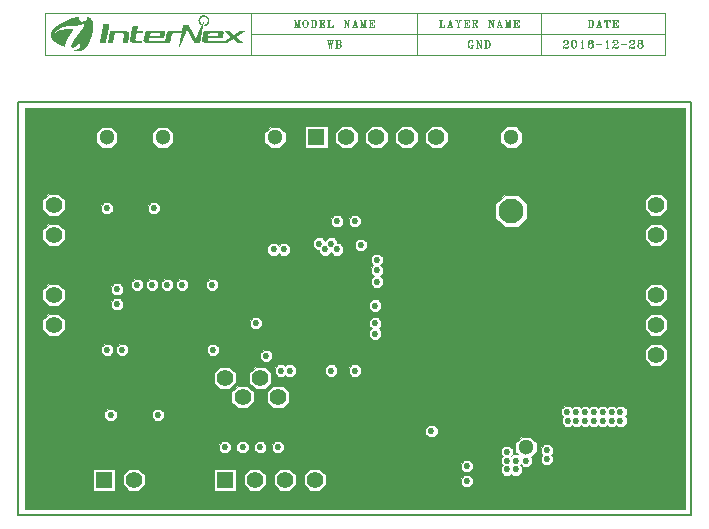
<source format=gbr>
%MOMM*%
%FSLAX33Y33*%
%ADD10C,0.203200*%
%ADD15C,0.070000*%
%ADD20C,1.400000*%
%ADD134C,3.800000*%
%ADD135R,1.400000X1.400000*%
%ADD136C,1.300000*%
%ADD137C,2.100000*%
%ADD138C,0.100000*%
%ADD186C,0.530000*%
G90*G71*G01*D02*G54D10*X000000Y000000D02*X057000Y000000D01*X057000Y035000D01*
X000000Y035000D01*X000000Y000000D01*D02*G54D15*X019750Y042500D02*
X002250Y042500D01*X002250Y039000D01*X019750Y039000D01*X019750Y040750D02*
X054750Y040750D01*X026232Y040214D02*X026314Y039578D01*X026254Y040214D02*
X026314Y039727D01*X026314Y039578D01*X026273Y040214D02*X026336Y039727D01*
X026400Y040214D02*X026336Y039727D01*X026314Y039578D01*X026400Y040214D02*
X026482Y039578D01*X026418Y040214D02*X026482Y039727D01*X026482Y039578D01*
X026441Y040214D02*X026500Y039727D01*X026564Y040193D02*X026500Y039727D01*
X026482Y039578D01*X026173Y040214D02*X026336Y040214D01*X026400Y040214D02*
X026441Y040214D01*X026500Y040214D02*X026628Y040214D01*X026191Y040214D02*
X026254Y040193D01*X026213Y040214D02*X026254Y040161D01*X026295Y040214D02*
X026273Y040161D01*X026314Y040214D02*X026273Y040193D01*X026523Y040214D02*
X026564Y040193D01*X026605Y040214D02*X026564Y040193D01*X026950Y040214D02*
X026950Y039578D01*X026977Y040193D02*X026977Y039610D01*X027004Y040214D02*
X027004Y039578D01*X026873Y040214D02*X027191Y040214D01*X027273Y040193D01*
X027296Y040161D01*X027327Y040098D01*X027327Y040034D01*X027296Y039981D01*
X027273Y039949D01*X027191Y039917D01*X027273Y040161D02*X027296Y040098D01*
X027296Y040034D01*X027273Y039981D01*X027191Y040214D02*X027246Y040193D01*
X027273Y040130D01*X027273Y040002D01*X027246Y039949D01*X027191Y039917D01*
X027004Y039917D02*X027191Y039917D01*X027273Y039886D01*X027296Y039854D01*
X027327Y039790D01*X027327Y039705D01*X027296Y039642D01*X027273Y039610D01*
X027191Y039578D01*X026873Y039578D01*X027273Y039854D02*X027296Y039790D01*
X027296Y039705D01*X027273Y039642D01*X027191Y039917D02*X027246Y039886D01*
X027273Y039822D01*X027273Y039673D01*X027246Y039610D01*X027191Y039578D01*
X026895Y040214D02*X026950Y040193D01*X026923Y040214D02*X026950Y040161D01*
X027032Y040214D02*X027004Y040161D01*X027059Y040214D02*X027004Y040193D01*
X026950Y039610D02*X026895Y039578D01*X026950Y039642D02*X026923Y039578D01*
X027004Y039642D02*X027032Y039578D01*X027004Y039610D02*X027059Y039578D01*
X023432Y041964D02*X023432Y041360D01*X023432Y041964D02*X023577Y041328D01*
X023454Y041964D02*X023577Y041423D01*X023473Y041964D02*X023596Y041423D01*
X023723Y041964D02*X023577Y041328D01*X023723Y041964D02*X023723Y041328D01*
X023741Y041943D02*X023741Y041360D01*X023764Y041964D02*X023764Y041328D01*
X023373Y041964D02*X023473Y041964D01*X023723Y041964D02*X023828Y041964D01*
X023373Y041328D02*X023495Y041328D01*X023659Y041328D02*X023828Y041328D01*
X023391Y041964D02*X023432Y041943D01*X023782Y041964D02*X023764Y041911D01*
X023805Y041964D02*X023764Y041943D01*X023432Y041360D02*X023391Y041328D01*
X023432Y041360D02*X023473Y041328D01*X023723Y041360D02*X023682Y041328D01*
X023723Y041392D02*X023700Y041328D01*X023764Y041392D02*X023782Y041328D01*
X023764Y041360D02*X023805Y041328D01*X024268Y041964D02*X024186Y041943D01*
X024127Y041880D01*X024100Y041816D01*X024073Y041699D01*X024073Y041604D01*
X024100Y041477D01*X024127Y041423D01*X024186Y041360D01*X024268Y041328D01*
X024327Y041328D01*X024414Y041360D01*X024468Y041423D01*X024496Y041477D01*
X024528Y041604D01*X024528Y041699D01*X024496Y041816D01*X024468Y041880D01*
X024414Y041943D01*X024327Y041964D01*X024268Y041964D01*X024154Y041880D02*
X024127Y041816D01*X024100Y041731D01*X024100Y041572D01*X024127Y041477D01*
X024154Y041423D01*X024441Y041423D02*X024468Y041477D01*X024496Y041572D01*
X024496Y041731D01*X024468Y041816D01*X024441Y041880D01*X024268Y041964D02*
X024214Y041943D01*X024154Y041848D01*X024127Y041731D01*X024127Y041572D01*
X024154Y041455D01*X024214Y041360D01*X024268Y041328D01*X024327Y041328D02*
X024382Y041360D01*X024441Y041455D01*X024468Y041572D01*X024468Y041731D01*
X024441Y041848D01*X024382Y041943D01*X024327Y041964D01*X024850Y041964D02*
X024850Y041328D01*X024877Y041943D02*X024877Y041360D01*X024904Y041964D02*
X024904Y041328D01*X024773Y041964D02*X025036Y041964D01*X025118Y041943D01*
X025173Y041880D01*X025200Y041816D01*X025228Y041731D01*X025228Y041572D01*
X025200Y041477D01*X025173Y041423D01*X025118Y041360D01*X025036Y041328D01*
X024773Y041328D01*X025146Y041880D02*X025173Y041816D01*X025200Y041731D01*
X025200Y041572D01*X025173Y041477D01*X025146Y041423D01*X025036Y041964D02*
X025091Y041943D01*X025146Y041848D01*X025173Y041731D01*X025173Y041572D01*
X025146Y041455D01*X025091Y041360D01*X025036Y041328D01*X024795Y041964D02*
X024850Y041943D01*X024823Y041964D02*X024850Y041911D01*X024932Y041964D02*
X024904Y041911D01*X024959Y041964D02*X024904Y041943D01*X024850Y041360D02*
X024795Y041328D01*X024850Y041392D02*X024823Y041328D01*X024904Y041392D02*
X024932Y041328D01*X024904Y041360D02*X024959Y041328D01*X025554Y041964D02*
X025554Y041328D01*X025582Y041943D02*X025582Y041360D01*X025614Y041964D02*
X025614Y041328D01*X025473Y041964D02*X025928Y041964D01*X025928Y041784D01*
X025614Y041667D02*X025782Y041667D01*X025782Y041784D02*X025782Y041540D01*
X025473Y041328D02*X025928Y041328D01*X025928Y041508D01*X025500Y041964D02*
X025554Y041943D01*X025527Y041964D02*X025554Y041911D01*X025641Y041964D02*
X025614Y041911D01*X025668Y041964D02*X025614Y041943D01*X025782Y041964D02*
X025928Y041943D01*X025841Y041964D02*X025928Y041911D01*X025868Y041964D02*
X025928Y041880D01*X025896Y041964D02*X025928Y041784D01*X025782Y041784D02*
X025755Y041667D01*X025782Y041540D01*X025782Y041731D02*X025727Y041667D01*
X025782Y041604D01*X025782Y041699D02*X025668Y041667D01*X025782Y041636D01*
X025554Y041360D02*X025500Y041328D01*X025554Y041392D02*X025527Y041328D01*
X025614Y041392D02*X025641Y041328D01*X025614Y041360D02*X025668Y041328D01*
X025782Y041328D02*X025928Y041360D01*X025841Y041328D02*X025928Y041392D01*
X025868Y041328D02*X025928Y041423D01*X025896Y041328D02*X025928Y041508D01*
X026264Y041964D02*X026264Y041328D01*X026291Y041943D02*X026291Y041360D01*
X026323Y041964D02*X026323Y041328D01*X026173Y041964D02*X026414Y041964D01*
X026173Y041328D02*X026628Y041328D01*X026628Y041508D01*X026200Y041964D02*
X026264Y041943D01*X026232Y041964D02*X026264Y041911D01*X026355Y041964D02*
X026323Y041911D01*X026382Y041964D02*X026323Y041943D01*X026264Y041360D02*
X026200Y041328D01*X026264Y041392D02*X026232Y041328D01*X026323Y041392D02*
X026355Y041328D01*X026323Y041360D02*X026382Y041328D01*X026473Y041328D02*
X026628Y041360D01*X026532Y041328D02*X026628Y041392D01*X026564Y041328D02*
X026628Y041423D01*X026596Y041328D02*X026628Y041508D01*X027636Y041964D02*
X027636Y041360D01*X027636Y041964D02*X027955Y041328D01*X027663Y041964D02*
X027932Y041423D01*X027682Y041964D02*X027955Y041423D01*X027955Y041943D02*
X027955Y041328D01*X027572Y041964D02*X027682Y041964D01*X027891Y041964D02*
X028027Y041964D01*X027572Y041328D02*X027704Y041328D01*X027591Y041964D02*
X027636Y041943D01*X027914Y041964D02*X027955Y041943D01*X028005Y041964D02*
X027955Y041943D01*X027636Y041360D02*X027591Y041328D01*X027636Y041360D02*
X027682Y041328D01*X028500Y041964D02*X028323Y041360D01*X028473Y041880D02*
X028623Y041328D01*X028500Y041880D02*X028650Y041328D01*X028500Y041964D02*
X028673Y041328D01*X028373Y041508D02*X028600Y041508D01*X028272Y041328D02*
X028423Y041328D01*X028550Y041328D02*X028727Y041328D01*X028323Y041360D02*
X028295Y041328D01*X028323Y041360D02*X028373Y041328D01*X028623Y041360D02*
X028573Y041328D01*X028623Y041392D02*X028600Y041328D01*X028650Y041392D02*
X028700Y041328D01*X029032Y041964D02*X029032Y041360D01*X029032Y041964D02*
X029177Y041328D01*X029054Y041964D02*X029177Y041423D01*X029073Y041964D02*
X029195Y041423D01*X029323Y041964D02*X029177Y041328D01*X029323Y041964D02*
X029323Y041328D01*X029341Y041943D02*X029341Y041360D01*X029364Y041964D02*
X029364Y041328D01*X028972Y041964D02*X029073Y041964D01*X029323Y041964D02*
X029427Y041964D01*X028972Y041328D02*X029095Y041328D01*X029259Y041328D02*
X029427Y041328D01*X028991Y041964D02*X029032Y041943D01*X029382Y041964D02*
X029364Y041911D01*X029405Y041964D02*X029364Y041943D01*X029032Y041360D02*
X028991Y041328D01*X029032Y041360D02*X029073Y041328D01*X029323Y041360D02*
X029282Y041328D01*X029323Y041392D02*X029300Y041328D01*X029364Y041392D02*
X029382Y041328D01*X029364Y041360D02*X029405Y041328D01*X029754Y041964D02*
X029754Y041328D01*X029782Y041943D02*X029782Y041360D01*X029814Y041964D02*
X029814Y041328D01*X029672Y041964D02*X030127Y041964D01*X030127Y041784D01*
X029814Y041667D02*X029982Y041667D01*X029982Y041784D02*X029982Y041540D01*
X029672Y041328D02*X030127Y041328D01*X030127Y041508D01*X029700Y041964D02*
X029754Y041943D01*X029727Y041964D02*X029754Y041911D01*X029841Y041964D02*
X029814Y041911D01*X029868Y041964D02*X029814Y041943D01*X029982Y041964D02*
X030127Y041943D01*X030041Y041964D02*X030127Y041911D01*X030068Y041964D02*
X030127Y041880D01*X030096Y041964D02*X030127Y041784D01*X029982Y041784D02*
X029955Y041667D01*X029982Y041540D01*X029982Y041731D02*X029927Y041667D01*
X029982Y041604D01*X029982Y041699D02*X029868Y041667D01*X029982Y041636D01*
X029754Y041360D02*X029700Y041328D01*X029754Y041392D02*X029727Y041328D01*
X029814Y041392D02*X029841Y041328D01*X029814Y041360D02*X029868Y041328D01*
X029982Y041328D02*X030127Y041360D01*X030041Y041328D02*X030127Y041392D01*
X030068Y041328D02*X030127Y041423D01*X030096Y041328D02*X030127Y041508D01*
X035714Y041964D02*X035714Y041328D01*X035741Y041943D02*X035741Y041360D01*
X035773Y041964D02*X035773Y041328D01*X035623Y041964D02*X035864Y041964D01*
X035623Y041328D02*X036078Y041328D01*X036078Y041508D01*X035650Y041964D02*
X035714Y041943D01*X035682Y041964D02*X035714Y041911D01*X035805Y041964D02*
X035773Y041911D01*X035832Y041964D02*X035773Y041943D01*X035714Y041360D02*
X035650Y041328D01*X035714Y041392D02*X035682Y041328D01*X035773Y041392D02*
X035805Y041328D01*X035773Y041360D02*X035832Y041328D01*X035923Y041328D02*
X036078Y041360D01*X035982Y041328D02*X036078Y041392D01*X036014Y041328D02*
X036078Y041423D01*X036046Y041328D02*X036078Y041508D01*X036550Y041964D02*
X036373Y041360D01*X036523Y041880D02*X036673Y041328D01*X036550Y041880D02*
X036700Y041328D01*X036550Y041964D02*X036723Y041328D01*X036423Y041508D02*
X036650Y041508D01*X036323Y041328D02*X036473Y041328D01*X036600Y041328D02*
X036778Y041328D01*X036373Y041360D02*X036345Y041328D01*X036373Y041360D02*
X036423Y041328D01*X036673Y041360D02*X036623Y041328D01*X036673Y041392D02*
X036650Y041328D01*X036700Y041392D02*X036750Y041328D01*X037068Y041964D02*
X037223Y041636D01*X037223Y041328D01*X037091Y041964D02*X037245Y041636D01*
X037245Y041360D01*X037109Y041964D02*X037273Y041636D01*X037273Y041328D01*
X037405Y041943D02*X037273Y041636D01*X037023Y041964D02*X037182Y041964D01*
X037336Y041964D02*X037478Y041964D01*X037159Y041328D02*X037336Y041328D01*
X037045Y041964D02*X037091Y041943D01*X037159Y041964D02*X037109Y041943D01*
X037364Y041964D02*X037405Y041943D01*X037450Y041964D02*X037405Y041943D01*
X037223Y041360D02*X037182Y041328D01*X037223Y041392D02*X037200Y041328D01*
X037273Y041392D02*X037291Y041328D01*X037273Y041360D02*X037314Y041328D01*
X037804Y041964D02*X037804Y041328D01*X037832Y041943D02*X037832Y041360D01*
X037864Y041964D02*X037864Y041328D01*X037723Y041964D02*X038178Y041964D01*
X038178Y041784D01*X037864Y041667D02*X038032Y041667D01*X038032Y041784D02*
X038032Y041540D01*X037723Y041328D02*X038178Y041328D01*X038178Y041508D01*
X037750Y041964D02*X037804Y041943D01*X037777Y041964D02*X037804Y041911D01*
X037891Y041964D02*X037864Y041911D01*X037918Y041964D02*X037864Y041943D01*
X038032Y041964D02*X038178Y041943D01*X038091Y041964D02*X038178Y041911D01*
X038118Y041964D02*X038178Y041880D01*X038146Y041964D02*X038178Y041784D01*
X038032Y041784D02*X038005Y041667D01*X038032Y041540D01*X038032Y041731D02*
X037977Y041667D01*X038032Y041604D01*X038032Y041699D02*X037918Y041667D01*
X038032Y041636D01*X037804Y041360D02*X037750Y041328D01*X037804Y041392D02*
X037777Y041328D01*X037864Y041392D02*X037891Y041328D01*X037864Y041360D02*
X037918Y041328D01*X038032Y041328D02*X038178Y041360D01*X038091Y041328D02*
X038178Y041392D01*X038118Y041328D02*X038178Y041423D01*X038146Y041328D02*
X038178Y041508D01*X038495Y041964D02*X038495Y041328D01*X038523Y041943D02*
X038523Y041360D01*X038545Y041964D02*X038545Y041328D01*X038423Y041964D02*
X038723Y041964D01*X038800Y041943D01*X038823Y041911D01*X038850Y041848D01*
X038850Y041784D01*X038823Y041731D01*X038800Y041699D01*X038723Y041667D01*
X038545Y041667D01*X038800Y041911D02*X038823Y041848D01*X038823Y041784D01*
X038800Y041731D01*X038723Y041964D02*X038773Y041943D01*X038800Y041880D01*
X038800Y041752D01*X038773Y041699D01*X038723Y041667D01*X038645Y041667D02*
X038700Y041636D01*X038723Y041572D01*X038773Y041392D01*X038800Y041328D01*
X038850Y041328D01*X038878Y041392D01*X038878Y041455D01*X038773Y041455D02*
X038800Y041392D01*X038823Y041360D01*X038850Y041360D01*X038700Y041636D02*
X038723Y041604D01*X038800Y041423D01*X038823Y041392D01*X038850Y041392D01*
X038878Y041423D01*X038423Y041328D02*X038623Y041328D01*X038445Y041964D02*
X038495Y041943D01*X038473Y041964D02*X038495Y041911D01*X038573Y041964D02*
X038545Y041911D01*X038595Y041964D02*X038545Y041943D01*X038495Y041360D02*
X038445Y041328D01*X038495Y041392D02*X038473Y041328D01*X038545Y041392D02*
X038573Y041328D01*X038545Y041360D02*X038595Y041328D01*X039886Y041964D02*
X039886Y041360D01*X039886Y041964D02*X040205Y041328D01*X039913Y041964D02*
X040182Y041423D01*X039932Y041964D02*X040205Y041423D01*X040205Y041943D02*
X040205Y041328D01*X039822Y041964D02*X039932Y041964D01*X040141Y041964D02*
X040277Y041964D01*X039822Y041328D02*X039954Y041328D01*X039841Y041964D02*
X039886Y041943D01*X040164Y041964D02*X040205Y041943D01*X040255Y041964D02*
X040205Y041943D01*X039886Y041360D02*X039841Y041328D01*X039886Y041360D02*
X039932Y041328D01*X040750Y041964D02*X040573Y041360D01*X040723Y041880D02*
X040873Y041328D01*X040750Y041880D02*X040900Y041328D01*X040750Y041964D02*
X040923Y041328D01*X040623Y041508D02*X040850Y041508D01*X040522Y041328D02*
X040673Y041328D01*X040800Y041328D02*X040977Y041328D01*X040573Y041360D02*
X040545Y041328D01*X040573Y041360D02*X040623Y041328D01*X040873Y041360D02*
X040823Y041328D01*X040873Y041392D02*X040850Y041328D01*X040900Y041392D02*
X040950Y041328D01*X041282Y041964D02*X041282Y041360D01*X041282Y041964D02*
X041427Y041328D01*X041304Y041964D02*X041427Y041423D01*X041323Y041964D02*
X041445Y041423D01*X041573Y041964D02*X041427Y041328D01*X041573Y041964D02*
X041573Y041328D01*X041591Y041943D02*X041591Y041360D01*X041614Y041964D02*
X041614Y041328D01*X041222Y041964D02*X041323Y041964D01*X041573Y041964D02*
X041677Y041964D01*X041222Y041328D02*X041345Y041328D01*X041509Y041328D02*
X041677Y041328D01*X041241Y041964D02*X041282Y041943D01*X041632Y041964D02*
X041614Y041911D01*X041655Y041964D02*X041614Y041943D01*X041282Y041360D02*
X041241Y041328D01*X041282Y041360D02*X041323Y041328D01*X041573Y041360D02*
X041532Y041328D01*X041573Y041392D02*X041550Y041328D01*X041614Y041392D02*
X041632Y041328D01*X041614Y041360D02*X041655Y041328D01*X042004Y041964D02*
X042004Y041328D01*X042032Y041943D02*X042032Y041360D01*X042064Y041964D02*
X042064Y041328D01*X041922Y041964D02*X042377Y041964D01*X042377Y041784D01*
X042064Y041667D02*X042232Y041667D01*X042232Y041784D02*X042232Y041540D01*
X041922Y041328D02*X042377Y041328D01*X042377Y041508D01*X041950Y041964D02*
X042004Y041943D01*X041977Y041964D02*X042004Y041911D01*X042091Y041964D02*
X042064Y041911D01*X042118Y041964D02*X042064Y041943D01*X042232Y041964D02*
X042377Y041943D01*X042291Y041964D02*X042377Y041911D01*X042318Y041964D02*
X042377Y041880D01*X042346Y041964D02*X042377Y041784D01*X042232Y041784D02*
X042205Y041667D01*X042232Y041540D01*X042232Y041731D02*X042177Y041667D01*
X042232Y041604D01*X042232Y041699D02*X042118Y041667D01*X042232Y041636D01*
X042004Y041360D02*X041950Y041328D01*X042004Y041392D02*X041977Y041328D01*
X042064Y041392D02*X042091Y041328D01*X042064Y041360D02*X042118Y041328D01*
X042232Y041328D02*X042377Y041360D01*X042291Y041328D02*X042377Y041392D01*
X042318Y041328D02*X042377Y041423D01*X042346Y041328D02*X042377Y041508D01*
X033750Y042500D02*X033750Y039000D01*X019750Y042500D02*X054750Y042500D01*
X054750Y039000D02*X019750Y039000D01*X019750Y042500D02*X019750Y039000D01*
X054750Y042500D02*X054750Y039000D01*X044250Y042500D02*X044250Y039000D01*
X048300Y041964D02*X048300Y041328D01*X048327Y041943D02*X048327Y041360D01*
X048354Y041964D02*X048354Y041328D01*X048223Y041964D02*X048486Y041964D01*
X048568Y041943D01*X048623Y041880D01*X048650Y041816D01*X048678Y041731D01*
X048678Y041572D01*X048650Y041477D01*X048623Y041423D01*X048568Y041360D01*
X048486Y041328D01*X048223Y041328D01*X048596Y041880D02*X048623Y041816D01*
X048650Y041731D01*X048650Y041572D01*X048623Y041477D01*X048596Y041423D01*
X048486Y041964D02*X048541Y041943D01*X048596Y041848D01*X048623Y041731D01*
X048623Y041572D01*X048596Y041455D01*X048541Y041360D01*X048486Y041328D01*
X048245Y041964D02*X048300Y041943D01*X048273Y041964D02*X048300Y041911D01*
X048382Y041964D02*X048354Y041911D01*X048409Y041964D02*X048354Y041943D01*
X048300Y041360D02*X048245Y041328D01*X048300Y041392D02*X048273Y041328D01*
X048354Y041392D02*X048382Y041328D01*X048354Y041360D02*X048409Y041328D01*
X049150Y041964D02*X048973Y041360D01*X049123Y041880D02*X049273Y041328D01*
X049150Y041880D02*X049300Y041328D01*X049150Y041964D02*X049323Y041328D01*
X049023Y041508D02*X049250Y041508D01*X048923Y041328D02*X049073Y041328D01*
X049200Y041328D02*X049378Y041328D01*X048973Y041360D02*X048945Y041328D01*
X048973Y041360D02*X049023Y041328D01*X049273Y041360D02*X049223Y041328D01*
X049273Y041392D02*X049250Y041328D01*X049300Y041392D02*X049350Y041328D01*
X049623Y041964D02*X049623Y041784D01*X049818Y041964D02*X049818Y041328D01*
X049850Y041943D02*X049850Y041360D01*X049877Y041964D02*X049877Y041328D01*
X050077Y041964D02*X050077Y041784D01*X049623Y041964D02*X050077Y041964D01*
X049736Y041328D02*X049959Y041328D01*X049650Y041964D02*X049623Y041784D01*
X049677Y041964D02*X049623Y041880D01*X049704Y041964D02*X049623Y041911D01*
X049764Y041964D02*X049623Y041943D01*X049932Y041964D02*X050077Y041943D01*
X049991Y041964D02*X050077Y041911D01*X050018Y041964D02*X050077Y041880D01*
X050046Y041964D02*X050077Y041784D01*X049818Y041360D02*X049764Y041328D01*
X049818Y041392D02*X049791Y041328D01*X049877Y041392D02*X049905Y041328D01*
X049877Y041360D02*X049932Y041328D01*X050404Y041964D02*X050404Y041328D01*
X050432Y041943D02*X050432Y041360D01*X050464Y041964D02*X050464Y041328D01*
X050322Y041964D02*X050777Y041964D01*X050777Y041784D01*X050464Y041667D02*
X050632Y041667D01*X050632Y041784D02*X050632Y041540D01*X050322Y041328D02*
X050777Y041328D01*X050777Y041508D01*X050350Y041964D02*X050404Y041943D01*
X050377Y041964D02*X050404Y041911D01*X050491Y041964D02*X050464Y041911D01*
X050518Y041964D02*X050464Y041943D01*X050632Y041964D02*X050777Y041943D01*
X050691Y041964D02*X050777Y041911D01*X050718Y041964D02*X050777Y041880D01*
X050746Y041964D02*X050777Y041784D01*X050632Y041784D02*X050605Y041667D01*
X050632Y041540D01*X050632Y041731D02*X050577Y041667D01*X050632Y041604D01*
X050632Y041699D02*X050518Y041667D01*X050632Y041636D01*X050404Y041360D02*
X050350Y041328D01*X050404Y041392D02*X050377Y041328D01*X050464Y041392D02*
X050491Y041328D01*X050464Y041360D02*X050518Y041328D01*X050632Y041328D02*
X050777Y041360D01*X050691Y041328D02*X050777Y041392D01*X050718Y041328D02*
X050777Y041423D01*X050746Y041328D02*X050777Y041508D01*X046154Y040098D02*
X046154Y040066D01*X046186Y040066D01*X046186Y040098D01*X046154Y040098D01*
X046154Y040130D02*X046186Y040130D01*X046218Y040098D01*X046218Y040066D01*
X046186Y040034D01*X046154Y040034D01*X046123Y040066D01*X046123Y040098D01*
X046154Y040161D01*X046186Y040193D01*X046282Y040214D01*X046414Y040214D01*
X046509Y040193D01*X046541Y040161D01*X046578Y040098D01*X046578Y040034D01*
X046541Y039981D01*X046446Y039917D01*X046282Y039854D01*X046218Y039822D01*
X046154Y039758D01*X046123Y039673D01*X046123Y039578D01*X046509Y040161D02*
X046541Y040098D01*X046541Y040034D01*X046509Y039981D01*X046414Y040214D02*
X046477Y040193D01*X046509Y040098D01*X046509Y040034D01*X046477Y039981D01*
X046414Y039917D01*X046282Y039854D01*X046123Y039642D02*X046154Y039673D01*
X046218Y039673D01*X046377Y039642D01*X046509Y039642D01*X046578Y039673D01*
X046218Y039673D02*X046377Y039610D01*X046509Y039610D01*X046541Y039642D01*
X046218Y039673D02*X046377Y039578D01*X046509Y039578D01*X046541Y039610D01*
X046578Y039673D01*X046578Y039727D01*X047014Y040214D02*X046918Y040193D01*
X046854Y040098D01*X046823Y039949D01*X046823Y039854D01*X046854Y039705D01*
X046918Y039610D01*X047014Y039578D01*X047082Y039578D01*X047177Y039610D01*
X047241Y039705D01*X047278Y039854D01*X047278Y039949D01*X047241Y040098D01*
X047177Y040193D01*X047082Y040214D01*X047014Y040214D01*X046918Y040161D02*
X046886Y040098D01*X046854Y039981D01*X046854Y039822D01*X046886Y039705D01*
X046918Y039642D01*X047177Y039642D02*X047209Y039705D01*X047241Y039822D01*
X047241Y039981D01*X047209Y040098D01*X047177Y040161D01*X047014Y040214D02*
X046950Y040193D01*X046918Y040130D01*X046886Y039981D01*X046886Y039822D01*
X046918Y039673D01*X046950Y039610D01*X047014Y039578D01*X047082Y039578D02*
X047146Y039610D01*X047177Y039673D01*X047209Y039822D01*X047209Y039981D01*
X047177Y040130D01*X047146Y040193D01*X047082Y040214D01*X047727Y040161D02*
X047727Y039578D01*X047745Y040161D02*X047745Y039610D01*X047759Y040214D02*
X047759Y039578D01*X047759Y040214D02*X047714Y040130D01*X047686Y040098D01*
X047673Y039578D02*X047818Y039578D01*X047727Y039610D02*X047700Y039578D01*
X047727Y039642D02*X047714Y039578D01*X047759Y039642D02*X047773Y039578D01*
X047759Y039610D02*X047786Y039578D01*X048577Y040130D02*X048577Y040098D01*
X048609Y040098D01*X048609Y040130D01*X048577Y040130D01*X048609Y040161D02*
X048577Y040161D01*X048546Y040130D01*X048546Y040098D01*X048577Y040066D01*
X048609Y040066D01*X048641Y040098D01*X048641Y040130D01*X048609Y040193D01*
X048546Y040214D01*X048450Y040214D01*X048350Y040193D01*X048286Y040130D01*
X048254Y040066D01*X048223Y039949D01*X048223Y039758D01*X048254Y039673D01*
X048318Y039610D01*X048414Y039578D01*X048482Y039578D01*X048577Y039610D01*
X048641Y039673D01*X048678Y039758D01*X048678Y039790D01*X048641Y039886D01*
X048577Y039949D01*X048482Y039981D01*X048414Y039981D01*X048350Y039949D01*
X048318Y039917D01*X048286Y039854D01*X048318Y040130D02*X048286Y040066D01*
X048254Y039949D01*X048254Y039758D01*X048286Y039673D01*X048318Y039642D01*
X048609Y039673D02*X048641Y039727D01*X048641Y039822D01*X048609Y039886D01*
X048450Y040214D02*X048382Y040193D01*X048350Y040161D01*X048318Y040098D01*
X048286Y039981D01*X048286Y039758D01*X048318Y039673D01*X048350Y039610D01*
X048414Y039578D01*X048482Y039578D02*X048546Y039610D01*X048577Y039642D01*
X048609Y039727D01*X048609Y039822D01*X048577Y039917D01*X048546Y039949D01*
X048482Y039981D01*X048923Y039886D02*X049378Y039886D01*X049378Y039854D01*
X048923Y039886D02*X048923Y039854D01*X049378Y039854D01*X049827Y040161D02*
X049827Y039578D01*X049845Y040161D02*X049845Y039610D01*X049859Y040214D02*
X049859Y039578D01*X049859Y040214D02*X049814Y040130D01*X049786Y040098D01*
X049773Y039578D02*X049918Y039578D01*X049827Y039610D02*X049800Y039578D01*
X049827Y039642D02*X049814Y039578D01*X049859Y039642D02*X049873Y039578D01*
X049859Y039610D02*X049886Y039578D01*X050354Y040098D02*X050354Y040066D01*
X050386Y040066D01*X050386Y040098D01*X050354Y040098D01*X050354Y040130D02*
X050386Y040130D01*X050418Y040098D01*X050418Y040066D01*X050386Y040034D01*
X050354Y040034D01*X050322Y040066D01*X050322Y040098D01*X050354Y040161D01*
X050386Y040193D01*X050482Y040214D01*X050614Y040214D01*X050709Y040193D01*
X050741Y040161D01*X050777Y040098D01*X050777Y040034D01*X050741Y039981D01*
X050646Y039917D01*X050482Y039854D01*X050418Y039822D01*X050354Y039758D01*
X050322Y039673D01*X050322Y039578D01*X050709Y040161D02*X050741Y040098D01*
X050741Y040034D01*X050709Y039981D01*X050614Y040214D02*X050677Y040193D01*
X050709Y040098D01*X050709Y040034D01*X050677Y039981D01*X050614Y039917D01*
X050482Y039854D01*X050322Y039642D02*X050354Y039673D01*X050418Y039673D01*
X050577Y039642D01*X050709Y039642D01*X050777Y039673D01*X050418Y039673D02*
X050577Y039610D01*X050709Y039610D01*X050741Y039642D01*X050418Y039673D02*
X050577Y039578D01*X050709Y039578D01*X050741Y039610D01*X050777Y039673D01*
X050777Y039727D01*X051022Y039886D02*X051477Y039886D01*X051477Y039854D01*
X051022Y039886D02*X051022Y039854D01*X051477Y039854D01*X051754Y040098D02*
X051754Y040066D01*X051786Y040066D01*X051786Y040098D01*X051754Y040098D01*
X051754Y040130D02*X051786Y040130D01*X051818Y040098D01*X051818Y040066D01*
X051786Y040034D01*X051754Y040034D01*X051722Y040066D01*X051722Y040098D01*
X051754Y040161D01*X051786Y040193D01*X051882Y040214D01*X052014Y040214D01*
X052109Y040193D01*X052141Y040161D01*X052177Y040098D01*X052177Y040034D01*
X052141Y039981D01*X052046Y039917D01*X051882Y039854D01*X051818Y039822D01*
X051754Y039758D01*X051722Y039673D01*X051722Y039578D01*X052109Y040161D02*
X052141Y040098D01*X052141Y040034D01*X052109Y039981D01*X052014Y040214D02*
X052077Y040193D01*X052109Y040098D01*X052109Y040034D01*X052077Y039981D01*
X052014Y039917D01*X051882Y039854D01*X051722Y039642D02*X051754Y039673D01*
X051818Y039673D01*X051977Y039642D01*X052109Y039642D01*X052177Y039673D01*
X051818Y039673D02*X051977Y039610D01*X052109Y039610D01*X052141Y039642D01*
X051818Y039673D02*X051977Y039578D01*X052109Y039578D01*X052141Y039610D01*
X052177Y039673D01*X052177Y039727D01*X052582Y040214D02*X052486Y040193D01*
X052454Y040130D01*X052454Y040034D01*X052486Y039981D01*X052582Y039949D01*
X052714Y039949D01*X052809Y039981D01*X052841Y040034D01*X052841Y040130D01*
X052809Y040193D01*X052714Y040214D01*X052582Y040214D01*X052518Y040193D02*
X052486Y040130D01*X052486Y040034D01*X052518Y039981D01*X052777Y039981D02*
X052809Y040034D01*X052809Y040130D01*X052777Y040193D01*X052582Y040214D02*
X052550Y040193D01*X052518Y040130D01*X052518Y040034D01*X052550Y039981D01*
X052582Y039949D01*X052714Y039949D02*X052746Y039981D01*X052777Y040034D01*
X052777Y040130D01*X052746Y040193D01*X052714Y040214D01*X052582Y039949D02*
X052486Y039917D01*X052454Y039886D01*X052422Y039822D01*X052422Y039705D01*
X052454Y039642D01*X052486Y039610D01*X052582Y039578D01*X052714Y039578D01*
X052809Y039610D01*X052841Y039642D01*X052877Y039705D01*X052877Y039822D01*
X052841Y039886D01*X052809Y039917D01*X052714Y039949D01*X052486Y039886D02*
X052454Y039822D01*X052454Y039705D01*X052486Y039642D01*X052809Y039642D02*
X052841Y039705D01*X052841Y039822D01*X052809Y039886D01*X052582Y039949D02*
X052518Y039917D01*X052486Y039822D01*X052486Y039705D01*X052518Y039610D01*
X052582Y039578D01*X052714Y039578D02*X052777Y039610D01*X052809Y039705D01*
X052809Y039822D01*X052777Y039917D01*X052714Y039949D01*X038423Y040130D02*
X038450Y040214D01*X038450Y040034D01*X038423Y040130D01*X038373Y040193D01*
X038323Y040214D01*X038245Y040214D01*X038173Y040193D01*X038123Y040130D01*
X038095Y040066D01*X038073Y039981D01*X038073Y039822D01*X038095Y039727D01*
X038123Y039673D01*X038173Y039610D01*X038245Y039578D01*X038323Y039578D01*
X038373Y039610D01*X038423Y039610D01*X038450Y039578D01*X038450Y039822D01*
X038145Y040130D02*X038123Y040066D01*X038095Y039981D01*X038095Y039822D01*
X038123Y039727D01*X038145Y039673D01*X038245Y040214D02*X038195Y040193D01*
X038145Y040098D01*X038123Y039981D01*X038123Y039822D01*X038145Y039705D01*
X038195Y039610D01*X038245Y039578D01*X038423Y039790D02*X038423Y039642D01*
X038400Y039822D02*X038400Y039642D01*X038373Y039610D01*X038323Y039822D02*
X038528Y039822D01*X038350Y039822D02*X038400Y039790D01*X038373Y039822D02*
X038400Y039758D01*X038473Y039822D02*X038450Y039758D01*X038500Y039822D02*
X038450Y039790D01*X038836Y040214D02*X038836Y039610D01*X038836Y040214D02*
X039155Y039578D01*X038864Y040214D02*X039132Y039673D01*X038882Y040214D02*
X039155Y039673D01*X039155Y040193D02*X039155Y039578D01*X038773Y040214D02*
X038882Y040214D01*X039091Y040214D02*X039228Y040214D01*X038773Y039578D02*
X038904Y039578D01*X038791Y040214D02*X038836Y040193D01*X039114Y040214D02*
X039155Y040193D01*X039205Y040214D02*X039155Y040193D01*X038836Y039610D02*
X038791Y039578D01*X038836Y039610D02*X038882Y039578D01*X039550Y040214D02*
X039550Y039578D01*X039577Y040193D02*X039577Y039610D01*X039604Y040214D02*
X039604Y039578D01*X039473Y040214D02*X039736Y040214D01*X039818Y040193D01*
X039873Y040130D01*X039900Y040066D01*X039927Y039981D01*X039927Y039822D01*
X039900Y039727D01*X039873Y039673D01*X039818Y039610D01*X039736Y039578D01*
X039473Y039578D01*X039846Y040130D02*X039873Y040066D01*X039900Y039981D01*
X039900Y039822D01*X039873Y039727D01*X039846Y039673D01*X039736Y040214D02*
X039791Y040193D01*X039846Y040098D01*X039873Y039981D01*X039873Y039822D01*
X039846Y039705D01*X039791Y039610D01*X039736Y039578D01*X039495Y040214D02*
X039550Y040193D01*X039523Y040214D02*X039550Y040161D01*X039632Y040214D02*
X039604Y040161D01*X039659Y040214D02*X039604Y040193D01*X039550Y039610D02*
X039495Y039578D01*X039550Y039642D02*X039523Y039578D01*X039604Y039642D02*
X039632Y039578D01*X039604Y039610D02*X039659Y039578D01*X000000Y000000D02*D02*
G54D20*X009790Y003000D03*X012330Y003000D03*X020040Y003000D03*X022580Y003000D03*
X025120Y003000D03*X027660Y003000D03*X003000Y011040D03*X017500Y011625D03*
X022000Y010000D03*X020500Y011625D03*X019000Y010000D03*X054000Y011040D03*
X003000Y013580D03*X054000Y013580D03*X003000Y016120D03*X054000Y016120D03*
X003000Y018660D03*X054000Y018660D03*X003000Y021200D03*X003000Y023740D03*
X054000Y021200D03*X054000Y023740D03*X003000Y026280D03*X054000Y026280D03*
X030330Y032000D03*X027790Y032000D03*X032870Y032000D03*X035410Y032000D03*
X037950Y032000D03*D02*G54D134*X003000Y003000D03*X054000Y003000D03*
X003000Y032000D03*X054000Y032000D03*D02*G54D135*X007250Y003000D03*
X017500Y003000D03*X003000Y008500D03*X054000Y008500D03*X025250Y032000D03*D02*
G54D136*X043000Y005750D03*X007500Y032000D03*X012250Y032000D03*X017000Y032000D03*
X021750Y032000D03*X041750Y032000D03*X047000Y032000D03*D02*G54D137*
X039210Y023210D03*X044290Y023210D03*X041750Y025750D03*X039210Y028290D03*
X044290Y028290D03*D02*G54D138*X000550Y000550D02*X056450Y000550D01*
X056450Y000550D02*X056450Y034450D01*X056450Y034450D02*X000550Y034450D01*
X000550Y034450D02*X000550Y000550D01*X002607Y025330D02*X003394Y025330D01*
X003394Y025330D02*X003950Y025887D01*X003950Y025887D02*X003950Y026674D01*
X003950Y026674D02*X003394Y027230D01*X003394Y027230D02*X002607Y027230D01*
X002607Y027230D02*X002050Y026674D01*X002050Y026674D02*X002050Y025887D01*
X002050Y025887D02*X002607Y025330D01*X002607Y022790D02*X003394Y022790D01*
X003394Y022790D02*X003950Y023347D01*X003950Y023347D02*X003950Y024134D01*
X003950Y024134D02*X003394Y024690D01*X003394Y024690D02*X002607Y024690D01*
X002607Y024690D02*X002050Y024134D01*X002050Y024134D02*X002050Y023347D01*
X002050Y023347D02*X002607Y022790D01*X002607Y017710D02*X003394Y017710D01*
X003394Y017710D02*X003950Y018267D01*X003950Y018267D02*X003950Y019054D01*
X003950Y019054D02*X003394Y019610D01*X003394Y019610D02*X002607Y019610D01*
X002607Y019610D02*X002050Y019054D01*X002050Y019054D02*X002050Y018267D01*
X002050Y018267D02*X002607Y017710D01*X002607Y015170D02*X003394Y015170D01*
X003394Y015170D02*X003950Y015727D01*X003950Y015727D02*X003950Y016514D01*
X003950Y016514D02*X003394Y017070D01*X003394Y017070D02*X002607Y017070D01*
X002607Y017070D02*X002050Y016514D01*X002050Y016514D02*X002050Y015727D01*
X002050Y015727D02*X002607Y015170D01*X007127Y031100D02*X007873Y031100D01*
X007873Y031100D02*X008400Y031627D01*X008400Y031627D02*X008400Y032373D01*
X008400Y032373D02*X007873Y032900D01*X007873Y032900D02*X007127Y032900D01*
X007127Y032900D02*X006600Y032373D01*X006600Y032373D02*X006600Y031627D01*
X006600Y031627D02*X007127Y031100D01*X007287Y025485D02*X007713Y025485D01*
X007713Y025485D02*X008015Y025787D01*X008015Y025787D02*X008015Y026213D01*
X008015Y026213D02*X007713Y026515D01*X007713Y026515D02*X007287Y026515D01*
X007287Y026515D02*X006985Y026213D01*X006985Y026213D02*X006985Y025787D01*
X006985Y025787D02*X007287Y025485D01*X007342Y013485D02*X007768Y013485D01*
X007768Y013485D02*X008070Y013787D01*X008070Y013787D02*X008070Y014213D01*
X008070Y014213D02*X007768Y014515D01*X007768Y014515D02*X007342Y014515D01*
X007342Y014515D02*X007040Y014213D01*X007040Y014213D02*X007040Y013787D01*
X007040Y013787D02*X007342Y013485D01*X007617Y007985D02*X008043Y007985D01*
X008043Y007985D02*X008345Y008287D01*X008345Y008287D02*X008345Y008713D01*
X008345Y008713D02*X008043Y009015D01*X008043Y009015D02*X007617Y009015D01*
X007617Y009015D02*X007315Y008713D01*X007315Y008713D02*X007315Y008287D01*
X007315Y008287D02*X007617Y007985D01*X008200Y002050D02*X008200Y003950D01*
X008200Y003950D02*X006300Y003950D01*X006300Y003950D02*X006300Y002050D01*
X006300Y002050D02*X008200Y002050D01*X008162Y018610D02*X008588Y018610D01*
X008588Y018610D02*X008890Y018912D01*X008890Y018912D02*X008890Y019338D01*
X008890Y019338D02*X008588Y019640D01*X008588Y019640D02*X008162Y019640D01*
X008162Y019640D02*X007860Y019338D01*X007860Y019338D02*X007860Y018912D01*
X007860Y018912D02*X008162Y018610D01*X008162Y017360D02*X008588Y017360D01*
X008588Y017360D02*X008890Y017662D01*X008890Y017662D02*X008890Y018088D01*
X008890Y018088D02*X008588Y018390D01*X008588Y018390D02*X008162Y018390D01*
X008162Y018390D02*X007860Y018088D01*X007860Y018088D02*X007860Y017662D01*
X007860Y017662D02*X008162Y017360D01*X008612Y013485D02*X009038Y013485D01*
X009038Y013485D02*X009340Y013787D01*X009340Y013787D02*X009340Y014213D01*
X009340Y014213D02*X009038Y014515D01*X009038Y014515D02*X008612Y014515D01*
X008612Y014515D02*X008310Y014213D01*X008310Y014213D02*X008310Y013787D01*
X008310Y013787D02*X008612Y013485D01*X009882Y018985D02*X010308Y018985D01*
X010308Y018985D02*X010610Y019287D01*X010610Y019287D02*X010610Y019713D01*
X010610Y019713D02*X010308Y020015D01*X010308Y020015D02*X009882Y020015D01*
X009882Y020015D02*X009580Y019713D01*X009580Y019713D02*X009580Y019287D01*
X009580Y019287D02*X009882Y018985D01*X009397Y002050D02*X010184Y002050D01*
X010184Y002050D02*X010740Y002607D01*X010740Y002607D02*X010740Y003394D01*
X010740Y003394D02*X010184Y003950D01*X010184Y003950D02*X009397Y003950D01*
X009397Y003950D02*X008840Y003394D01*X008840Y003394D02*X008840Y002607D01*
X008840Y002607D02*X009397Y002050D01*X011877Y031100D02*X012623Y031100D01*
X012623Y031100D02*X013150Y031627D01*X013150Y031627D02*X013150Y032373D01*
X013150Y032373D02*X012623Y032900D01*X012623Y032900D02*X011877Y032900D01*
X011877Y032900D02*X011350Y032373D01*X011350Y032373D02*X011350Y031627D01*
X011350Y031627D02*X011877Y031100D01*X011287Y025485D02*X011713Y025485D01*
X011713Y025485D02*X012015Y025787D01*X012015Y025787D02*X012015Y026213D01*
X012015Y026213D02*X011713Y026515D01*X011713Y026515D02*X011287Y026515D01*
X011287Y026515D02*X010985Y026213D01*X010985Y026213D02*X010985Y025787D01*
X010985Y025787D02*X011287Y025485D01*X011152Y018985D02*X011578Y018985D01*
X011578Y018985D02*X011880Y019287D01*X011880Y019287D02*X011880Y019713D01*
X011880Y019713D02*X011578Y020015D01*X011578Y020015D02*X011152Y020015D01*
X011152Y020015D02*X010850Y019713D01*X010850Y019713D02*X010850Y019287D01*
X010850Y019287D02*X011152Y018985D01*X011617Y007985D02*X012043Y007985D01*
X012043Y007985D02*X012345Y008287D01*X012345Y008287D02*X012345Y008713D01*
X012345Y008713D02*X012043Y009015D01*X012043Y009015D02*X011617Y009015D01*
X011617Y009015D02*X011315Y008713D01*X011315Y008713D02*X011315Y008287D01*
X011315Y008287D02*X011617Y007985D01*X012422Y018985D02*X012848Y018985D01*
X012848Y018985D02*X013150Y019287D01*X013150Y019287D02*X013150Y019713D01*
X013150Y019713D02*X012848Y020015D01*X012848Y020015D02*X012422Y020015D01*
X012422Y020015D02*X012120Y019713D01*X012120Y019713D02*X012120Y019287D01*
X012120Y019287D02*X012422Y018985D01*X013692Y018985D02*X014118Y018985D01*
X014118Y018985D02*X014420Y019287D01*X014420Y019287D02*X014420Y019713D01*
X014420Y019713D02*X014118Y020015D01*X014118Y020015D02*X013692Y020015D01*
X013692Y020015D02*X013390Y019713D01*X013390Y019713D02*X013390Y019287D01*
X013390Y019287D02*X013692Y018985D01*X016232Y018985D02*X016658Y018985D01*
X016658Y018985D02*X016960Y019287D01*X016960Y019287D02*X016960Y019713D01*
X016960Y019713D02*X016658Y020015D01*X016658Y020015D02*X016232Y020015D01*
X016232Y020015D02*X015930Y019713D01*X015930Y019713D02*X015930Y019287D01*
X015930Y019287D02*X016232Y018985D01*X016287Y013485D02*X016713Y013485D01*
X016713Y013485D02*X017015Y013787D01*X017015Y013787D02*X017015Y014213D01*
X017015Y014213D02*X016713Y014515D01*X016713Y014515D02*X016287Y014515D01*
X016287Y014515D02*X015985Y014213D01*X015985Y014213D02*X015985Y013787D01*
X015985Y013787D02*X016287Y013485D01*X017107Y010675D02*X017894Y010675D01*
X017894Y010675D02*X018450Y011232D01*X018450Y011232D02*X018450Y012019D01*
X018450Y012019D02*X017894Y012575D01*X017894Y012575D02*X017107Y012575D01*
X017107Y012575D02*X016550Y012019D01*X016550Y012019D02*X016550Y011232D01*
X016550Y011232D02*X017107Y010675D01*X017287Y005235D02*X017713Y005235D01*
X017713Y005235D02*X018015Y005537D01*X018015Y005537D02*X018015Y005963D01*
X018015Y005963D02*X017713Y006265D01*X017713Y006265D02*X017287Y006265D01*
X017287Y006265D02*X016985Y005963D01*X016985Y005963D02*X016985Y005537D01*
X016985Y005537D02*X017287Y005235D01*X018607Y009050D02*X019394Y009050D01*
X019394Y009050D02*X019950Y009607D01*X019950Y009607D02*X019950Y010394D01*
X019950Y010394D02*X019394Y010950D01*X019394Y010950D02*X018607Y010950D01*
X018607Y010950D02*X018050Y010394D01*X018050Y010394D02*X018050Y009607D01*
X018050Y009607D02*X018607Y009050D01*X018450Y002050D02*X018450Y003950D01*
X018450Y003950D02*X016550Y003950D01*X016550Y003950D02*X016550Y002050D01*
X016550Y002050D02*X018450Y002050D01*X018787Y005235D02*X019213Y005235D01*
X019213Y005235D02*X019515Y005537D01*X019515Y005537D02*X019515Y005963D01*
X019515Y005963D02*X019213Y006265D01*X019213Y006265D02*X018787Y006265D01*
X018787Y006265D02*X018485Y005963D01*X018485Y005963D02*X018485Y005537D01*
X018485Y005537D02*X018787Y005235D01*X019912Y015735D02*X020338Y015735D01*
X020338Y015735D02*X020640Y016037D01*X020640Y016037D02*X020640Y016463D01*
X020640Y016463D02*X020338Y016765D01*X020338Y016765D02*X019912Y016765D01*
X019912Y016765D02*X019610Y016463D01*X019610Y016463D02*X019610Y016037D01*
X019610Y016037D02*X019912Y015735D01*X021377Y031100D02*X022123Y031100D01*
X022123Y031100D02*X022650Y031627D01*X022650Y031627D02*X022650Y032373D01*
X022650Y032373D02*X022123Y032900D01*X022123Y032900D02*X021377Y032900D01*
X021377Y032900D02*X020850Y032373D01*X020850Y032373D02*X020850Y031627D01*
X020850Y031627D02*X021377Y031100D01*X021412Y021985D02*X021838Y021985D01*
X021838Y021985D02*X022063Y022209D01*X022063Y022209D02*X022287Y021985D01*
X022287Y021985D02*X022713Y021985D01*X022713Y021985D02*X023015Y022287D01*
X023015Y022287D02*X023015Y022713D01*X023015Y022713D02*X022713Y023015D01*
X022713Y023015D02*X022287Y023015D01*X022287Y023015D02*X022063Y022791D01*
X022063Y022791D02*X021838Y023015D01*X021838Y023015D02*X021412Y023015D01*
X021412Y023015D02*X021110Y022713D01*X021110Y022713D02*X021110Y022287D01*
X021110Y022287D02*X021412Y021985D01*X020787Y012985D02*X021213Y012985D01*
X021213Y012985D02*X021515Y013287D01*X021515Y013287D02*X021515Y013713D01*
X021515Y013713D02*X021213Y014015D01*X021213Y014015D02*X020787Y014015D01*
X020787Y014015D02*X020485Y013713D01*X020485Y013713D02*X020485Y013287D01*
X020485Y013287D02*X020787Y012985D01*X020107Y010675D02*X020894Y010675D01*
X020894Y010675D02*X021450Y011232D01*X021450Y011232D02*X021450Y012019D01*
X021450Y012019D02*X020894Y012575D01*X020894Y012575D02*X020107Y012575D01*
X020107Y012575D02*X019550Y012019D01*X019550Y012019D02*X019550Y011232D01*
X019550Y011232D02*X020107Y010675D01*X020287Y005235D02*X020713Y005235D01*
X020713Y005235D02*X021015Y005537D01*X021015Y005537D02*X021015Y005963D01*
X021015Y005963D02*X020713Y006265D01*X020713Y006265D02*X020287Y006265D01*
X020287Y006265D02*X019985Y005963D01*X019985Y005963D02*X019985Y005537D01*
X019985Y005537D02*X020287Y005235D01*X019647Y002050D02*X020434Y002050D01*
X020434Y002050D02*X020990Y002607D01*X020990Y002607D02*X020990Y003394D01*
X020990Y003394D02*X020434Y003950D01*X020434Y003950D02*X019647Y003950D01*
X019647Y003950D02*X019090Y003394D01*X019090Y003394D02*X019090Y002607D01*
X019090Y002607D02*X019647Y002050D01*X022037Y011735D02*X022463Y011735D01*
X022463Y011735D02*X022625Y011897D01*X022625Y011897D02*X022787Y011735D01*
X022787Y011735D02*X023213Y011735D01*X023213Y011735D02*X023515Y012037D01*
X023515Y012037D02*X023515Y012463D01*X023515Y012463D02*X023213Y012765D01*
X023213Y012765D02*X022787Y012765D01*X022787Y012765D02*X022625Y012603D01*
X022625Y012603D02*X022463Y012765D01*X022463Y012765D02*X022037Y012765D01*
X022037Y012765D02*X021735Y012463D01*X021735Y012463D02*X021735Y012037D01*
X021735Y012037D02*X022037Y011735D01*X021607Y009050D02*X022394Y009050D01*
X022394Y009050D02*X022950Y009607D01*X022950Y009607D02*X022950Y010394D01*
X022950Y010394D02*X022394Y010950D01*X022394Y010950D02*X021607Y010950D01*
X021607Y010950D02*X021050Y010394D01*X021050Y010394D02*X021050Y009607D01*
X021050Y009607D02*X021607Y009050D01*X021787Y005235D02*X022213Y005235D01*
X022213Y005235D02*X022515Y005537D01*X022515Y005537D02*X022515Y005963D01*
X022515Y005963D02*X022213Y006265D01*X022213Y006265D02*X021787Y006265D01*
X021787Y006265D02*X021485Y005963D01*X021485Y005963D02*X021485Y005537D01*
X021485Y005537D02*X021787Y005235D01*X022187Y002050D02*X022974Y002050D01*
X022974Y002050D02*X023530Y002607D01*X023530Y002607D02*X023530Y003394D01*
X023530Y003394D02*X022974Y003950D01*X022974Y003950D02*X022187Y003950D01*
X022187Y003950D02*X021630Y003394D01*X021630Y003394D02*X021630Y002607D01*
X021630Y002607D02*X022187Y002050D01*X026200Y031050D02*X026200Y032950D01*
X026200Y032950D02*X024300Y032950D01*X024300Y032950D02*X024300Y031050D01*
X024300Y031050D02*X026200Y031050D01*X027397Y031050D02*X028184Y031050D01*
X028184Y031050D02*X028740Y031607D01*X028740Y031607D02*X028740Y032394D01*
X028740Y032394D02*X028184Y032950D01*X028184Y032950D02*X027397Y032950D01*
X027397Y032950D02*X026840Y032394D01*X026840Y032394D02*X026840Y031607D01*
X026840Y031607D02*X027397Y031050D01*X026787Y024360D02*X027213Y024360D01*
X027213Y024360D02*X027515Y024662D01*X027515Y024662D02*X027515Y025088D01*
X027515Y025088D02*X027213Y025390D01*X027213Y025390D02*X026787Y025390D01*
X026787Y025390D02*X026485Y025088D01*X026485Y025088D02*X026485Y024662D01*
X026485Y024662D02*X026787Y024360D01*X025287Y022485D02*X025485Y022485D01*
X025485Y022485D02*X025485Y022287D01*X025485Y022287D02*X025787Y021985D01*
X025787Y021985D02*X026213Y021985D01*X026213Y021985D02*X026500Y022272D01*
X026500Y022272D02*X026787Y021985D01*X026787Y021985D02*X027213Y021985D01*
X027213Y021985D02*X027515Y022287D01*X027515Y022287D02*X027515Y022713D01*
X027515Y022713D02*X027213Y023015D01*X027213Y023015D02*X027015Y023015D01*
X027015Y023015D02*X027015Y023213D01*X027015Y023213D02*X026713Y023515D01*
X026713Y023515D02*X026287Y023515D01*X026287Y023515D02*X026000Y023228D01*
X026000Y023228D02*X025713Y023515D01*X025713Y023515D02*X025287Y023515D01*
X025287Y023515D02*X024985Y023213D01*X024985Y023213D02*X024985Y022787D01*
X024985Y022787D02*X025287Y022485D01*X024727Y002050D02*X025514Y002050D01*
X025514Y002050D02*X026070Y002607D01*X026070Y002607D02*X026070Y003394D01*
X026070Y003394D02*X025514Y003950D01*X025514Y003950D02*X024727Y003950D01*
X024727Y003950D02*X024170Y003394D01*X024170Y003394D02*X024170Y002607D01*
X024170Y002607D02*X024727Y002050D01*X026287Y011735D02*X026713Y011735D01*
X026713Y011735D02*X027015Y012037D01*X027015Y012037D02*X027015Y012463D01*
X027015Y012463D02*X026713Y012765D01*X026713Y012765D02*X026287Y012765D01*
X026287Y012765D02*X025985Y012463D01*X025985Y012463D02*X025985Y012037D01*
X025985Y012037D02*X026287Y011735D01*X028287Y024360D02*X028713Y024360D01*
X028713Y024360D02*X029015Y024662D01*X029015Y024662D02*X029015Y025088D01*
X029015Y025088D02*X028713Y025390D01*X028713Y025390D02*X028287Y025390D01*
X028287Y025390D02*X027985Y025088D01*X027985Y025088D02*X027985Y024662D01*
X027985Y024662D02*X028287Y024360D01*X028787Y022360D02*X029213Y022360D01*
X029213Y022360D02*X029515Y022662D01*X029515Y022662D02*X029515Y023088D01*
X029515Y023088D02*X029213Y023390D01*X029213Y023390D02*X028787Y023390D01*
X028787Y023390D02*X028485Y023088D01*X028485Y023088D02*X028485Y022662D01*
X028485Y022662D02*X028787Y022360D01*X028287Y011735D02*X028713Y011735D01*
X028713Y011735D02*X029015Y012037D01*X029015Y012037D02*X029015Y012463D01*
X029015Y012463D02*X028713Y012765D01*X028713Y012765D02*X028287Y012765D01*
X028287Y012765D02*X027985Y012463D01*X027985Y012463D02*X027985Y012037D01*
X027985Y012037D02*X028287Y011735D01*X029937Y031050D02*X030724Y031050D01*
X030724Y031050D02*X031280Y031607D01*X031280Y031607D02*X031280Y032394D01*
X031280Y032394D02*X030724Y032950D01*X030724Y032950D02*X029937Y032950D01*
X029937Y032950D02*X029380Y032394D01*X029380Y032394D02*X029380Y031607D01*
X029380Y031607D02*X029937Y031050D01*X030162Y019235D02*X030588Y019235D01*
X030588Y019235D02*X030890Y019537D01*X030890Y019537D02*X030890Y019963D01*
X030890Y019963D02*X030603Y020250D01*X030603Y020250D02*X030890Y020537D01*
X030890Y020537D02*X030890Y020963D01*X030890Y020963D02*X030666Y021188D01*
X030666Y021188D02*X030890Y021412D01*X030890Y021412D02*X030890Y021838D01*
X030890Y021838D02*X030588Y022140D01*X030588Y022140D02*X030162Y022140D01*
X030162Y022140D02*X029860Y021838D01*X029860Y021838D02*X029860Y021412D01*
X029860Y021412D02*X030084Y021188D01*X030084Y021188D02*X029860Y020963D01*
X029860Y020963D02*X029860Y020537D01*X029860Y020537D02*X030147Y020250D01*
X030147Y020250D02*X029860Y019963D01*X029860Y019963D02*X029860Y019537D01*
X029860Y019537D02*X030162Y019235D01*X030037Y017235D02*X030463Y017235D01*
X030463Y017235D02*X030765Y017537D01*X030765Y017537D02*X030765Y017963D01*
X030765Y017963D02*X030463Y018265D01*X030463Y018265D02*X030037Y018265D01*
X030037Y018265D02*X029735Y017963D01*X029735Y017963D02*X029735Y017537D01*
X029735Y017537D02*X030037Y017235D01*X030037Y014860D02*X030463Y014860D01*
X030463Y014860D02*X030765Y015162D01*X030765Y015162D02*X030765Y015588D01*
X030765Y015588D02*X030541Y015813D01*X030541Y015813D02*X030765Y016037D01*
X030765Y016037D02*X030765Y016463D01*X030765Y016463D02*X030463Y016765D01*
X030463Y016765D02*X030037Y016765D01*X030037Y016765D02*X029735Y016463D01*
X029735Y016463D02*X029735Y016037D01*X029735Y016037D02*X029959Y015813D01*
X029959Y015813D02*X029735Y015588D01*X029735Y015588D02*X029735Y015162D01*
X029735Y015162D02*X030037Y014860D01*X032477Y031050D02*X033264Y031050D01*
X033264Y031050D02*X033820Y031607D01*X033820Y031607D02*X033820Y032394D01*
X033820Y032394D02*X033264Y032950D01*X033264Y032950D02*X032477Y032950D01*
X032477Y032950D02*X031920Y032394D01*X031920Y032394D02*X031920Y031607D01*
X031920Y031607D02*X032477Y031050D01*X035017Y031050D02*X035804Y031050D01*
X035804Y031050D02*X036360Y031607D01*X036360Y031607D02*X036360Y032394D01*
X036360Y032394D02*X035804Y032950D01*X035804Y032950D02*X035017Y032950D01*
X035017Y032950D02*X034460Y032394D01*X034460Y032394D02*X034460Y031607D01*
X034460Y031607D02*X035017Y031050D01*X034787Y006610D02*X035213Y006610D01*
X035213Y006610D02*X035515Y006912D01*X035515Y006912D02*X035515Y007338D01*
X035515Y007338D02*X035213Y007640D01*X035213Y007640D02*X034787Y007640D01*
X034787Y007640D02*X034485Y007338D01*X034485Y007338D02*X034485Y006912D01*
X034485Y006912D02*X034787Y006610D01*X037787Y003620D02*X038213Y003620D01*
X038213Y003620D02*X038515Y003922D01*X038515Y003922D02*X038515Y004348D01*
X038515Y004348D02*X038213Y004650D01*X038213Y004650D02*X037787Y004650D01*
X037787Y004650D02*X037485Y004348D01*X037485Y004348D02*X037485Y003922D01*
X037485Y003922D02*X037787Y003620D01*X037787Y002350D02*X038213Y002350D01*
X038213Y002350D02*X038515Y002652D01*X038515Y002652D02*X038515Y003078D01*
X038515Y003078D02*X038213Y003380D01*X038213Y003380D02*X037787Y003380D01*
X037787Y003380D02*X037485Y003078D01*X037485Y003078D02*X037485Y002652D01*
X037485Y002652D02*X037787Y002350D01*X041357Y031050D02*X042144Y031050D01*
X042144Y031050D02*X042700Y031607D01*X042700Y031607D02*X042700Y032394D01*
X042700Y032394D02*X042144Y032950D01*X042144Y032950D02*X041357Y032950D01*
X041357Y032950D02*X040800Y032394D01*X040800Y032394D02*X040800Y031607D01*
X040800Y031607D02*X041357Y031050D01*X041191Y024400D02*X042309Y024400D01*
X042309Y024400D02*X043100Y025191D01*X043100Y025191D02*X043100Y026309D01*
X043100Y026309D02*X042309Y027100D01*X042309Y027100D02*X041191Y027100D01*
X041191Y027100D02*X040400Y026309D01*X040400Y026309D02*X040400Y025191D01*
X040400Y025191D02*X041191Y024400D01*X041162Y003360D02*X041588Y003360D01*
X041588Y003360D02*X041750Y003522D01*X041750Y003522D02*X041912Y003360D01*
X041912Y003360D02*X042338Y003360D01*X042338Y003360D02*X042640Y003662D01*
X042640Y003662D02*X042640Y004088D01*X042640Y004088D02*X042478Y004250D01*
X042478Y004250D02*X042563Y004334D01*X042563Y004334D02*X042787Y004110D01*
X042787Y004110D02*X043213Y004110D01*X043213Y004110D02*X043515Y004412D01*
X043515Y004412D02*X043515Y004838D01*X043515Y004838D02*X043438Y004915D01*
X043438Y004915D02*X043900Y005377D01*X043900Y005377D02*X043900Y006123D01*
X043900Y006123D02*X043373Y006650D01*X043373Y006650D02*X042627Y006650D01*
X042627Y006650D02*X042100Y006123D01*X042100Y006123D02*X042100Y005377D01*
X042100Y005377D02*X042337Y005140D01*X042337Y005140D02*X041912Y005140D01*
X041912Y005140D02*X041750Y004978D01*X041750Y004978D02*X041728Y005000D01*
X041728Y005000D02*X041890Y005162D01*X041890Y005162D02*X041890Y005588D01*
X041890Y005588D02*X041588Y005890D01*X041588Y005890D02*X041162Y005890D01*
X041162Y005890D02*X040860Y005588D01*X040860Y005588D02*X040860Y005162D01*
X040860Y005162D02*X041022Y005000D01*X041022Y005000D02*X040860Y004838D01*
X040860Y004838D02*X040860Y004412D01*X040860Y004412D02*X041022Y004250D01*
X041022Y004250D02*X040860Y004088D01*X040860Y004088D02*X040860Y003662D01*
X040860Y003662D02*X041162Y003360D01*X044537Y004235D02*X044963Y004235D01*
X044963Y004235D02*X045265Y004537D01*X045265Y004537D02*X045265Y004963D01*
X045265Y004963D02*X045103Y005125D01*X045103Y005125D02*X045265Y005287D01*
X045265Y005287D02*X045265Y005713D01*X045265Y005713D02*X044963Y006015D01*
X044963Y006015D02*X044537Y006015D01*X044537Y006015D02*X044235Y005713D01*
X044235Y005713D02*X044235Y005287D01*X044235Y005287D02*X044397Y005125D01*
X044397Y005125D02*X044235Y004963D01*X044235Y004963D02*X044235Y004537D01*
X044235Y004537D02*X044537Y004235D01*X046159Y008363D02*X046010Y008213D01*
X046010Y008213D02*X046010Y007787D01*X046010Y007787D02*X046312Y007485D01*
X046312Y007485D02*X046738Y007485D01*X046738Y007485D02*X046888Y007634D01*
X046888Y007634D02*X047037Y007485D01*X047037Y007485D02*X047463Y007485D01*
X047463Y007485D02*X047625Y007647D01*X047625Y007647D02*X047787Y007485D01*
X047787Y007485D02*X048213Y007485D01*X048213Y007485D02*X048375Y007647D01*
X048375Y007647D02*X048537Y007485D01*X048537Y007485D02*X048963Y007485D01*
X048963Y007485D02*X049125Y007647D01*X049125Y007647D02*X049287Y007485D01*
X049287Y007485D02*X049713Y007485D01*X049713Y007485D02*X049875Y007647D01*
X049875Y007647D02*X050037Y007485D01*X050037Y007485D02*X050463Y007485D01*
X050463Y007485D02*X050625Y007647D01*X050625Y007647D02*X050787Y007485D01*
X050787Y007485D02*X051213Y007485D01*X051213Y007485D02*X051515Y007787D01*
X051515Y007787D02*X051515Y008213D01*X051515Y008213D02*X051353Y008375D01*
X051353Y008375D02*X051515Y008537D01*X051515Y008537D02*X051515Y008963D01*
X051515Y008963D02*X051213Y009265D01*X051213Y009265D02*X050787Y009265D01*
X050787Y009265D02*X050625Y009103D01*X050625Y009103D02*X050463Y009265D01*
X050463Y009265D02*X050037Y009265D01*X050037Y009265D02*X049875Y009103D01*
X049875Y009103D02*X049713Y009265D01*X049713Y009265D02*X049287Y009265D01*
X049287Y009265D02*X049125Y009103D01*X049125Y009103D02*X048963Y009265D01*
X048963Y009265D02*X048537Y009265D01*X048537Y009265D02*X048375Y009103D01*
X048375Y009103D02*X048213Y009265D01*X048213Y009265D02*X047787Y009265D01*
X047787Y009265D02*X047625Y009103D01*X047625Y009103D02*X047463Y009265D01*
X047463Y009265D02*X047037Y009265D01*X047037Y009265D02*X046875Y009103D01*
X046875Y009103D02*X046713Y009265D01*X046713Y009265D02*X046287Y009265D01*
X046287Y009265D02*X045985Y008963D01*X045985Y008963D02*X045985Y008537D01*
X045985Y008537D02*X046159Y008363D01*X053607Y025330D02*X054394Y025330D01*
X054394Y025330D02*X054950Y025887D01*X054950Y025887D02*X054950Y026674D01*
X054950Y026674D02*X054394Y027230D01*X054394Y027230D02*X053607Y027230D01*
X053607Y027230D02*X053050Y026674D01*X053050Y026674D02*X053050Y025887D01*
X053050Y025887D02*X053607Y025330D01*X053607Y022790D02*X054394Y022790D01*
X054394Y022790D02*X054950Y023347D01*X054950Y023347D02*X054950Y024134D01*
X054950Y024134D02*X054394Y024690D01*X054394Y024690D02*X053607Y024690D01*
X053607Y024690D02*X053050Y024134D01*X053050Y024134D02*X053050Y023347D01*
X053050Y023347D02*X053607Y022790D01*X053607Y017710D02*X054394Y017710D01*
X054394Y017710D02*X054950Y018267D01*X054950Y018267D02*X054950Y019054D01*
X054950Y019054D02*X054394Y019610D01*X054394Y019610D02*X053607Y019610D01*
X053607Y019610D02*X053050Y019054D01*X053050Y019054D02*X053050Y018267D01*
X053050Y018267D02*X053607Y017710D01*X053607Y015170D02*X054394Y015170D01*
X054394Y015170D02*X054950Y015727D01*X054950Y015727D02*X054950Y016514D01*
X054950Y016514D02*X054394Y017070D01*X054394Y017070D02*X053607Y017070D01*
X053607Y017070D02*X053050Y016514D01*X053050Y016514D02*X053050Y015727D01*
X053050Y015727D02*X053607Y015170D01*X053607Y012630D02*X054394Y012630D01*
X054394Y012630D02*X054950Y013187D01*X054950Y013187D02*X054950Y013974D01*
X054950Y013974D02*X054394Y014530D01*X054394Y014530D02*X053607Y014530D01*
X053607Y014530D02*X053050Y013974D01*X053050Y013974D02*X053050Y013187D01*
X053050Y013187D02*X053607Y012630D01*D02*G54D186*X006000Y001000D03*
X010000Y001000D03*X014000Y001000D03*X030375Y002865D03*X038000Y002865D03*
X041750Y002250D03*X048250Y001250D03*X051500Y001000D03*X001000Y005000D03*
X009500Y005000D03*X014000Y005000D03*X017500Y005750D03*X019000Y005750D03*
X020500Y005750D03*X022000Y005750D03*X022800Y005700D03*X027000Y005000D03*
X030375Y004135D03*X038000Y004135D03*X042125Y003875D03*X042125Y004625D03*
X041375Y003875D03*X041375Y004625D03*X041375Y005375D03*X043000Y004625D03*
X044750Y004750D03*X044750Y005500D03*X047500Y005125D03*X049125Y004050D03*
X050250Y004750D03*X048250Y005125D03*X052750Y005750D03*X056000Y005000D03*
X001000Y008000D03*X007830Y008500D03*X005500Y006000D03*X011830Y008500D03*
X016500Y008250D03*X023000Y008250D03*X027250Y007500D03*X028750Y006750D03*
X025750Y006500D03*X032500Y008625D03*X030375Y008250D03*X033375Y007250D03*
X034325Y008625D03*X036500Y007125D03*X035000Y007125D03*X038875Y007500D03*
X041500Y008000D03*X048250Y005875D03*X047500Y005875D03*X049875Y006500D03*
X048000Y008000D03*X046525Y008000D03*X047250Y008000D03*X048750Y008000D03*
X049500Y008000D03*X050250Y008000D03*X052125Y008625D03*X051000Y008000D03*
X056000Y008000D03*X001000Y011000D03*X005000Y010000D03*X014000Y009000D03*
X022800Y011050D03*X028500Y008750D03*X027000Y009750D03*X029625Y010500D03*
X031250Y010750D03*X040000Y011000D03*X046500Y008750D03*X050250Y008750D03*
X048000Y008750D03*X047250Y008750D03*X048750Y008750D03*X049500Y008750D03*
X051000Y008750D03*X056000Y011000D03*X001000Y014000D03*X008825Y014000D03*
X007555Y014000D03*X007830Y013000D03*X011830Y013000D03*X011000Y014000D03*
X014000Y014000D03*X016500Y014000D03*X021000Y013500D03*X023000Y012250D03*
X022250Y012250D03*X025500Y012250D03*X028500Y012250D03*X027550Y012350D03*
X029200Y013000D03*X026500Y012250D03*X033500Y014125D03*X030100Y014200D03*
X036175Y014125D03*X043500Y012375D03*X048000Y012875D03*X046500Y012375D03*
X052125Y012000D03*X056000Y014000D03*X001000Y017000D03*X005500Y015000D03*
X018000Y017000D03*X017750Y014625D03*X020125Y016250D03*X025250Y015500D03*
X024250Y016500D03*X025250Y016500D03*X024250Y015500D03*X023250Y015000D03*
X026250Y016500D03*X030250Y015375D03*X031875Y016750D03*X033375Y016750D03*
X032625Y016750D03*X030250Y016250D03*X034250Y015875D03*X037375Y016750D03*
X036625Y016750D03*X035875Y016750D03*X035125Y016750D03*X040500Y015875D03*
X046500Y015000D03*X050500Y017000D03*X047500Y017000D03*X056000Y017000D03*
X001000Y020000D03*X008375Y019125D03*X008375Y017875D03*X010095Y019500D03*
X011365Y019500D03*X012635Y019500D03*X010500Y017500D03*X013905Y019500D03*
X016445Y019500D03*X015175Y017500D03*X016500Y017500D03*X013500Y017500D03*
X020000Y019500D03*X020125Y017625D03*X017500Y019750D03*X024250Y019500D03*
X025250Y017500D03*X025250Y018500D03*X024250Y018500D03*X024250Y017500D03*
X025250Y019500D03*X023250Y017500D03*X023250Y018500D03*X026250Y019500D03*
X026250Y017500D03*X026250Y018500D03*X030250Y017750D03*X030375Y019750D03*
X037875Y019875D03*X038125Y017500D03*X040875Y019625D03*X040125Y019625D03*
X039375Y019500D03*X038625Y019500D03*X039625Y017500D03*X038875Y017500D03*
X042250Y017500D03*X041500Y017500D03*X045250Y017500D03*X044500Y017500D03*
X043750Y017500D03*X043000Y017500D03*X045000Y019625D03*X044250Y019625D03*
X043500Y019625D03*X042750Y019500D03*X045750Y019625D03*X046000Y017500D03*
X046625Y018500D03*X047500Y020000D03*X050500Y020000D03*X056000Y020000D03*
X005500Y021500D03*X012250Y022500D03*X016125Y022625D03*X020125Y020750D03*
X018000Y021500D03*X020500Y022500D03*X021625Y022500D03*X022500Y022500D03*
X027000Y022500D03*X026000Y022500D03*X026250Y020375D03*X029000Y022875D03*
X030375Y021625D03*X032500Y022875D03*X031875Y020250D03*X031125Y020250D03*
X033375Y020250D03*X032625Y020250D03*X030375Y020750D03*X034500Y021875D03*
X035625Y020250D03*X037125Y020250D03*X036375Y020250D03*X040875Y021875D03*
X040875Y021125D03*X040875Y020375D03*X040875Y022625D03*X042750Y022500D03*
X042750Y021750D03*X042750Y021000D03*X042750Y020250D03*X001000Y023000D03*
X014000Y023500D03*X021000Y024000D03*X018000Y024000D03*X025500Y023000D03*
X024500Y024000D03*X023500Y024000D03*X028500Y024875D03*X027000Y024875D03*
X026500Y023000D03*X031000Y024000D03*X031000Y025500D03*X036500Y023500D03*
X034000Y023500D03*X034000Y025500D03*X036500Y025500D03*X039875Y025750D03*
X040250Y024750D03*X040875Y024125D03*X040875Y023375D03*X042750Y023250D03*
X043625Y025750D03*X043250Y024750D03*X042750Y024000D03*X050500Y023000D03*
X047500Y023000D03*X056000Y023000D03*X001000Y026000D03*X007500Y026000D03*
X005000Y026500D03*X011500Y026000D03*X009750Y026000D03*X015250Y026500D03*
X021000Y026500D03*X018000Y026500D03*X024000Y026500D03*X031000Y028000D03*
X036500Y028000D03*X034000Y028000D03*X040750Y028250D03*X040750Y027375D03*
X040250Y026750D03*X042750Y027375D03*X043375Y026750D03*X042750Y028250D03*
X047500Y026000D03*X050500Y026000D03*X056000Y026000D03*X004000Y029000D03*
X001000Y029000D03*X005500Y028800D03*X013500Y028800D03*X015500Y029000D03*
X021000Y029000D03*X018000Y029000D03*X024000Y029000D03*X026750Y030500D03*
X029875Y030375D03*X032000Y030000D03*X036500Y030000D03*X040750Y030000D03*
X040750Y029125D03*X042750Y029125D03*X042750Y030000D03*X050500Y029000D03*
X047500Y029000D03*X056000Y029000D03*X050500Y034000D03*
G36*X000550Y000550D02*X056450Y000550D01*X056450Y034450D01*X054394Y034450D01*
X054394Y027230D01*X054950Y026674D01*X054950Y025887D01*X054394Y025330D01*
X054394Y024690D01*X054950Y024134D01*X054950Y023347D01*X054394Y022790D01*
X054394Y019610D01*X054950Y019054D01*X054950Y018267D01*X054394Y017710D01*
X054394Y017070D01*X054950Y016514D01*X054950Y015727D01*X054394Y015170D01*
X054394Y014530D01*X054950Y013974D01*X054950Y013187D01*X054394Y012630D01*
X053607Y012630D01*X053050Y013187D01*X053050Y013974D01*X053607Y014530D01*
X054394Y014530D01*X054394Y015170D01*X053607Y015170D01*X053050Y015727D01*
X053050Y016514D01*X053607Y017070D01*X054394Y017070D01*X054394Y017710D01*
X053607Y017710D01*X053050Y018267D01*X053050Y019054D01*X053607Y019610D01*
X054394Y019610D01*X054394Y022790D01*X053607Y022790D01*X053050Y023347D01*
X053050Y024134D01*X053607Y024690D01*X054394Y024690D01*X054394Y025330D01*
X053607Y025330D01*X053050Y025887D01*X053050Y026674D01*X053607Y027230D01*
X054394Y027230D01*X054394Y034450D01*X051213Y034450D01*X051213Y009265D01*
X051515Y008963D01*X051515Y008537D01*X051353Y008375D01*X051515Y008213D01*
X051515Y007787D01*X051213Y007485D01*X050787Y007485D01*X050625Y007647D01*
X050463Y007485D01*X050037Y007485D01*X049875Y007647D01*X049713Y007485D01*
X049287Y007485D01*X049125Y007647D01*X048963Y007485D01*X048537Y007485D01*
X048375Y007647D01*X048213Y007485D01*X047787Y007485D01*X047625Y007647D01*
X047463Y007485D01*X047037Y007485D01*X046888Y007634D01*X046738Y007485D01*
X046312Y007485D01*X046010Y007787D01*X046010Y008213D01*X046159Y008363D01*
X045985Y008537D01*X045985Y008963D01*X046287Y009265D01*X046713Y009265D01*
X046875Y009103D01*X047037Y009265D01*X047463Y009265D01*X047625Y009103D01*
X047787Y009265D01*X048213Y009265D01*X048375Y009103D01*X048537Y009265D01*
X048963Y009265D01*X049125Y009103D01*X049287Y009265D01*X049713Y009265D01*
X049875Y009103D01*X050037Y009265D01*X050463Y009265D01*X050625Y009103D01*
X050787Y009265D01*X051213Y009265D01*X051213Y034450D01*X044963Y034450D01*
X044963Y006015D01*X045265Y005713D01*X045265Y005287D01*X045103Y005125D01*
X045265Y004963D01*X045265Y004537D01*X044963Y004235D01*X044537Y004235D01*
X044235Y004537D01*X044235Y004963D01*X044397Y005125D01*X044235Y005287D01*
X044235Y005713D01*X044537Y006015D01*X044963Y006015D01*X044963Y034450D01*
X043373Y034450D01*X043373Y006650D01*X043900Y006123D01*X043900Y005377D01*
X043438Y004915D01*X043515Y004838D01*X043515Y004412D01*X043213Y004110D01*
X042787Y004110D01*X042563Y004334D01*X042478Y004250D01*X042640Y004088D01*
X042640Y003662D01*X042338Y003360D01*X041912Y003360D01*X041750Y003522D01*
X041588Y003360D01*X041162Y003360D01*X040860Y003662D01*X040860Y004088D01*
X041022Y004250D01*X040860Y004412D01*X040860Y004838D01*X041022Y005000D01*
X040860Y005162D01*X040860Y005588D01*X041162Y005890D01*X041588Y005890D01*
X041890Y005588D01*X041890Y005162D01*X041728Y005000D01*X041750Y004978D01*
X041912Y005140D01*X042337Y005140D01*X042100Y005377D01*X042100Y006123D01*
X042627Y006650D01*X043373Y006650D01*X043373Y034450D01*X042144Y034450D01*
X042144Y032950D01*X042700Y032394D01*X042700Y031607D01*X042309Y031216D01*
X042309Y027100D01*X043100Y026309D01*X043100Y025191D01*X042309Y024400D01*
X041191Y024400D01*X040400Y025191D01*X040400Y026309D01*X041191Y027100D01*
X042309Y027100D01*X042309Y031216D01*X042144Y031050D01*X041357Y031050D01*
X040800Y031607D01*X040800Y032394D01*X041357Y032950D01*X042144Y032950D01*
X042144Y034450D01*X038213Y034450D01*X038213Y004650D01*X038515Y004348D01*
X038515Y003922D01*X038213Y003620D01*X038213Y003380D01*X038515Y003078D01*
X038515Y002652D01*X038213Y002350D01*X037787Y002350D01*X037485Y002652D01*
X037485Y003078D01*X037787Y003380D01*X038213Y003380D01*X038213Y003620D01*
X037787Y003620D01*X037485Y003922D01*X037485Y004348D01*X037787Y004650D01*
X038213Y004650D01*X038213Y034450D01*X035804Y034450D01*X035804Y032950D01*
X036360Y032394D01*X036360Y031607D01*X035804Y031050D01*X035213Y031050D01*
X035213Y007640D01*X035515Y007338D01*X035515Y006912D01*X035213Y006610D01*
X034787Y006610D01*X034485Y006912D01*X034485Y007338D01*X034787Y007640D01*
X035213Y007640D01*X035213Y031050D01*X035017Y031050D01*X034460Y031607D01*
X034460Y032394D01*X035017Y032950D01*X035804Y032950D01*X035804Y034450D01*
X033264Y034450D01*X033264Y032950D01*X033820Y032394D01*X033820Y031607D01*
X033264Y031050D01*X032477Y031050D01*X031920Y031607D01*X031920Y032394D01*
X032477Y032950D01*X033264Y032950D01*X033264Y034450D01*X030724Y034450D01*
X030724Y032950D01*X031280Y032394D01*X031280Y031607D01*X030724Y031050D01*
X030588Y031050D01*X030588Y022140D01*X030890Y021838D01*X030890Y021412D01*
X030666Y021188D01*X030890Y020963D01*X030890Y020537D01*X030603Y020250D01*
X030890Y019963D01*X030890Y019537D01*X030588Y019235D01*X030463Y019235D01*
X030463Y018265D01*X030765Y017963D01*X030765Y017537D01*X030463Y017235D01*
X030463Y016765D01*X030765Y016463D01*X030765Y016037D01*X030541Y015813D01*
X030765Y015588D01*X030765Y015162D01*X030463Y014860D01*X030037Y014860D01*
X029735Y015162D01*X029735Y015588D01*X029959Y015813D01*X029735Y016037D01*
X029735Y016463D01*X030037Y016765D01*X030463Y016765D01*X030463Y017235D01*
X030037Y017235D01*X029735Y017537D01*X029735Y017963D01*X030037Y018265D01*
X030463Y018265D01*X030463Y019235D01*X030162Y019235D01*X029860Y019537D01*
X029860Y019963D01*X030147Y020250D01*X029860Y020537D01*X029860Y020963D01*
X030084Y021188D01*X029860Y021412D01*X029860Y021838D01*X030162Y022140D01*
X030588Y022140D01*X030588Y031050D01*X029937Y031050D01*X029380Y031607D01*
X029380Y032394D01*X029937Y032950D01*X030724Y032950D01*X030724Y034450D01*
X029213Y034450D01*X029213Y023390D01*X029515Y023088D01*X029515Y022662D01*
X029213Y022360D01*X028787Y022360D01*X028713Y022433D01*X028713Y012765D01*
X029015Y012463D01*X029015Y012037D01*X028713Y011735D01*X028287Y011735D01*
X027985Y012037D01*X027985Y012463D01*X028287Y012765D01*X028713Y012765D01*
X028713Y022433D01*X028485Y022662D01*X028485Y023088D01*X028787Y023390D01*
X029213Y023390D01*X029213Y034450D01*X028184Y034450D01*X028184Y032950D01*
X028740Y032394D01*X028740Y031607D01*X028713Y031580D01*X028713Y025390D01*
X029015Y025088D01*X029015Y024662D01*X028713Y024360D01*X028287Y024360D01*
X027985Y024662D01*X027985Y025088D01*X028287Y025390D01*X028713Y025390D01*
X028713Y031580D01*X028184Y031050D01*X027397Y031050D01*X027213Y031233D01*
X027213Y025390D01*X027515Y025088D01*X027515Y024662D01*X027213Y024360D01*
X026787Y024360D01*X026713Y024433D01*X026713Y023515D01*X027015Y023213D01*
X027015Y023015D01*X027213Y023015D01*X027515Y022713D01*X027515Y022287D01*
X027213Y021985D01*X026787Y021985D01*X026713Y022058D01*X026713Y012765D01*
X027015Y012463D01*X027015Y012037D01*X026713Y011735D01*X026287Y011735D01*
X025985Y012037D01*X025985Y012463D01*X026287Y012765D01*X026713Y012765D01*
X026713Y022058D01*X026500Y022272D01*X026213Y021985D01*X025787Y021985D01*
X025514Y022258D01*X025514Y003950D01*X026070Y003394D01*X026070Y002607D01*
X025514Y002050D01*X024727Y002050D01*X024170Y002607D01*X024170Y003394D01*
X024727Y003950D01*X025514Y003950D01*X025514Y022258D01*X025485Y022287D01*
X025485Y022485D01*X025287Y022485D01*X024985Y022787D01*X024985Y023213D01*
X025287Y023515D01*X025713Y023515D01*X026000Y023228D01*X026287Y023515D01*
X026713Y023515D01*X026713Y024433D01*X026485Y024662D01*X026485Y025088D01*
X026787Y025390D01*X027213Y025390D01*X027213Y031233D01*X026840Y031607D01*
X026840Y032394D01*X027397Y032950D01*X028184Y032950D01*X028184Y034450D01*
X026200Y034450D01*X026200Y031050D01*X024300Y031050D01*X024300Y032950D01*
X026200Y032950D01*X026200Y034450D01*X023213Y034450D01*X023213Y012765D01*
X023515Y012463D01*X023515Y012037D01*X023213Y011735D01*X022974Y011735D01*
X022974Y003950D01*X023530Y003394D01*X023530Y002607D01*X022974Y002050D01*
X022187Y002050D01*X021630Y002607D01*X021630Y003394D01*X022187Y003950D01*
X022974Y003950D01*X022974Y011735D01*X022787Y011735D01*X022625Y011897D01*
X022463Y011735D01*X022394Y011735D01*X022394Y010950D01*X022950Y010394D01*
X022950Y009607D01*X022394Y009050D01*X022213Y009050D01*X022213Y006265D01*
X022515Y005963D01*X022515Y005537D01*X022213Y005235D01*X021787Y005235D01*
X021485Y005537D01*X021485Y005963D01*X021787Y006265D01*X022213Y006265D01*
X022213Y009050D01*X021607Y009050D01*X021050Y009607D01*X021050Y010394D01*
X021607Y010950D01*X022394Y010950D01*X022394Y011735D01*X022037Y011735D01*
X021735Y012037D01*X021735Y012463D01*X022037Y012765D01*X022463Y012765D01*
X022625Y012603D01*X022787Y012765D01*X023213Y012765D01*X023213Y034450D01*
X022713Y034450D01*X022713Y023015D01*X023015Y022713D01*X023015Y022287D01*
X022713Y021985D01*X022287Y021985D01*X022063Y022209D01*X021838Y021985D01*
X021412Y021985D01*X021213Y022183D01*X021213Y014015D01*X021515Y013713D01*
X021515Y013287D01*X021213Y012985D01*X020894Y012985D01*X020894Y012575D01*
X021450Y012019D01*X021450Y011232D01*X020894Y010675D01*X020713Y010675D01*
X020713Y006265D01*X021015Y005963D01*X021015Y005537D01*X020713Y005235D01*
X020434Y005235D01*X020434Y003950D01*X020990Y003394D01*X020990Y002607D01*
X020434Y002050D01*X019647Y002050D01*X019090Y002607D01*X019090Y003394D01*
X019647Y003950D01*X020434Y003950D01*X020434Y005235D01*X020287Y005235D01*
X019985Y005537D01*X019985Y005963D01*X020287Y006265D01*X020713Y006265D01*
X020713Y010675D01*X020107Y010675D01*X019550Y011232D01*X019550Y012019D01*
X020107Y012575D01*X020894Y012575D01*X020894Y012985D01*X020787Y012985D01*
X020485Y013287D01*X020485Y013713D01*X020787Y014015D01*X021213Y014015D01*
X021213Y022183D01*X021110Y022287D01*X021110Y022713D01*X021412Y023015D01*
X021838Y023015D01*X022063Y022791D01*X022287Y023015D01*X022713Y023015D01*
X022713Y034450D01*X022123Y034450D01*X022123Y032900D01*X022650Y032373D01*
X022650Y031627D01*X022123Y031100D01*X021377Y031100D01*X020850Y031627D01*
X020850Y032373D01*X021377Y032900D01*X022123Y032900D01*X022123Y034450D01*
X020338Y034450D01*X020338Y016765D01*X020640Y016463D01*X020640Y016037D01*
X020338Y015735D01*X019912Y015735D01*X019610Y016037D01*X019610Y016463D01*
X019912Y016765D01*X020338Y016765D01*X020338Y034450D01*X019394Y034450D01*
X019394Y010950D01*X019950Y010394D01*X019950Y009607D01*X019394Y009050D01*
X019213Y009050D01*X019213Y006265D01*X019515Y005963D01*X019515Y005537D01*
X019213Y005235D01*X018787Y005235D01*X018485Y005537D01*X018485Y005963D01*
X018787Y006265D01*X019213Y006265D01*X019213Y009050D01*X018607Y009050D01*
X018450Y009207D01*X018450Y002050D01*X016550Y002050D01*X016550Y003950D01*
X018450Y003950D01*X018450Y009207D01*X018050Y009607D01*X018050Y010394D01*
X018607Y010950D01*X019394Y010950D01*X019394Y034450D01*X017894Y034450D01*
X017894Y012575D01*X018450Y012019D01*X018450Y011232D01*X017894Y010675D01*
X017713Y010675D01*X017713Y006265D01*X018015Y005963D01*X018015Y005537D01*
X017713Y005235D01*X017287Y005235D01*X016985Y005537D01*X016985Y005963D01*
X017287Y006265D01*X017713Y006265D01*X017713Y010675D01*X017107Y010675D01*
X016550Y011232D01*X016550Y012019D01*X017107Y012575D01*X017894Y012575D01*
X017894Y034450D01*X016658Y034450D01*X016658Y020015D01*X016960Y019713D01*
X016960Y019287D01*X016713Y019040D01*X016713Y014515D01*X017015Y014213D01*
X017015Y013787D01*X016713Y013485D01*X016287Y013485D01*X015985Y013787D01*
X015985Y014213D01*X016287Y014515D01*X016713Y014515D01*X016713Y019040D01*
X016658Y018985D01*X016232Y018985D01*X015930Y019287D01*X015930Y019713D01*
X016232Y020015D01*X016658Y020015D01*X016658Y034450D01*X014118Y034450D01*
X014118Y020015D01*X014420Y019713D01*X014420Y019287D01*X014118Y018985D01*
X013692Y018985D01*X013390Y019287D01*X013390Y019713D01*X013692Y020015D01*
X014118Y020015D01*X014118Y034450D01*X012623Y034450D01*X012623Y032900D01*
X013150Y032373D01*X013150Y031627D01*X012848Y031326D01*X012848Y020015D01*
X013150Y019713D01*X013150Y019287D01*X012848Y018985D01*X012422Y018985D01*
X012120Y019287D01*X012120Y019713D01*X012422Y020015D01*X012848Y020015D01*
X012848Y031326D01*X012623Y031100D01*X012043Y031100D01*X012043Y009015D01*
X012345Y008713D01*X012345Y008287D01*X012043Y007985D01*X011617Y007985D01*
X011315Y008287D01*X011315Y008713D01*X011617Y009015D01*X012043Y009015D01*
X012043Y031100D01*X011877Y031100D01*X011713Y031264D01*X011713Y026515D01*
X012015Y026213D01*X012015Y025787D01*X011713Y025485D01*X011578Y025485D01*
X011578Y020015D01*X011880Y019713D01*X011880Y019287D01*X011578Y018985D01*
X011152Y018985D01*X010850Y019287D01*X010850Y019713D01*X011152Y020015D01*
X011578Y020015D01*X011578Y025485D01*X011287Y025485D01*X010985Y025787D01*
X010985Y026213D01*X011287Y026515D01*X011713Y026515D01*X011713Y031264D01*
X011350Y031627D01*X011350Y032373D01*X011877Y032900D01*X012623Y032900D01*
X012623Y034450D01*X010308Y034450D01*X010308Y020015D01*X010610Y019713D01*
X010610Y019287D01*X010308Y018985D01*X010184Y018985D01*X010184Y003950D01*
X010740Y003394D01*X010740Y002607D01*X010184Y002050D01*X009397Y002050D01*
X008840Y002607D01*X008840Y003394D01*X009397Y003950D01*X010184Y003950D01*
X010184Y018985D01*X009882Y018985D01*X009580Y019287D01*X009580Y019713D01*
X009882Y020015D01*X010308Y020015D01*X010308Y034450D01*X009038Y034450D01*
X009038Y014515D01*X009340Y014213D01*X009340Y013787D01*X009038Y013485D01*
X008612Y013485D01*X008310Y013787D01*X008310Y014213D01*X008612Y014515D01*
X009038Y014515D01*X009038Y034450D01*X008588Y034450D01*X008588Y019640D01*
X008890Y019338D01*X008890Y018912D01*X008588Y018610D01*X008588Y018390D01*
X008890Y018088D01*X008890Y017662D01*X008588Y017360D01*X008162Y017360D01*
X007860Y017662D01*X007860Y018088D01*X008162Y018390D01*X008588Y018390D01*
X008588Y018610D01*X008162Y018610D01*X007860Y018912D01*X007860Y019338D01*
X008162Y019640D01*X008588Y019640D01*X008588Y034450D01*X007873Y034450D01*
X007873Y032900D01*X008400Y032373D01*X008400Y031627D01*X007873Y031100D01*
X007713Y031100D01*X007713Y026515D01*X008015Y026213D01*X008015Y025787D01*
X007768Y025540D01*X007768Y014515D01*X008070Y014213D01*X008070Y013787D01*
X008043Y013760D01*X008043Y009015D01*X008345Y008713D01*X008345Y008287D01*
X008200Y008142D01*X008200Y002050D01*X006300Y002050D01*X006300Y003950D01*
X008200Y003950D01*X008200Y008142D01*X008043Y007985D01*X007617Y007985D01*
X007315Y008287D01*X007315Y008713D01*X007617Y009015D01*X008043Y009015D01*
X008043Y013760D01*X007768Y013485D01*X007342Y013485D01*X007040Y013787D01*
X007040Y014213D01*X007342Y014515D01*X007768Y014515D01*X007768Y025540D01*
X007713Y025485D01*X007287Y025485D01*X006985Y025787D01*X006985Y026213D01*
X007287Y026515D01*X007713Y026515D01*X007713Y031100D01*X007127Y031100D01*
X006600Y031627D01*X006600Y032373D01*X007127Y032900D01*X007873Y032900D01*
X007873Y034450D01*X003394Y034450D01*X003394Y027230D01*X003950Y026674D01*
X003950Y025887D01*X003394Y025330D01*X003394Y024690D01*X003950Y024134D01*
X003950Y023347D01*X003394Y022790D01*X003394Y019610D01*X003950Y019054D01*
X003950Y018267D01*X003394Y017710D01*X003394Y017070D01*X003950Y016514D01*
X003950Y015727D01*X003394Y015170D01*X002607Y015170D01*X002050Y015727D01*
X002050Y016514D01*X002607Y017070D01*X003394Y017070D01*X003394Y017710D01*
X002607Y017710D01*X002050Y018267D01*X002050Y019054D01*X002607Y019610D01*
X003394Y019610D01*X003394Y022790D01*X002607Y022790D01*X002050Y023347D01*
X002050Y024134D01*X002607Y024690D01*X003394Y024690D01*X003394Y025330D01*
X002607Y025330D01*X002050Y025887D01*X002050Y026674D01*X002607Y027230D01*
X003394Y027230D01*X003394Y034450D01*X000550Y034450D01*X000550Y000550D01*G37*G36*
X015564Y040134D02*X015564Y040220D01*X015585Y040220D01*X015585Y040350D01*
X015607Y040350D01*X015607Y040371D01*X016039Y040371D01*X016039Y040307D01*
X016039Y040263D01*X016017Y040263D01*X016017Y040220D01*X016039Y040220D01*
X016039Y040199D01*X016082Y040199D01*X016082Y040177D01*X016147Y040177D01*
X016147Y040155D01*X017962Y040155D01*X017962Y040134D01*X017918Y040134D01*
X017918Y040112D01*X017897Y040112D01*X017897Y040091D01*X017854Y040091D01*
X017854Y040069D01*X017832Y040069D01*X017832Y040047D01*X017789Y040047D01*
X017789Y040026D01*X017767Y040026D01*X017767Y040004D01*X017724Y040004D01*
X017724Y039983D01*X017702Y039983D01*X017702Y039961D01*X015931Y039961D01*
X015931Y039983D01*X015780Y039983D01*X015780Y040004D01*X015715Y040004D01*
X015715Y040026D01*X015650Y040026D01*X015650Y040047D01*X015629Y040047D01*
X015629Y040069D01*X015607Y040069D01*X015607Y040091D01*X015585Y040091D01*
X015585Y040134D01*X015564Y040134D01*G37*G36*X015607Y040371D02*X015607Y040458D01*
X015629Y040458D01*X015629Y040566D01*X015650Y040566D01*X015650Y040674D01*
X015672Y040674D01*X015672Y040782D01*X015693Y040782D01*X015693Y040868D01*
X015715Y040868D01*X015715Y040911D01*X015737Y040911D01*X015737Y040933D01*
X015758Y040933D01*X015758Y040955D01*X015801Y040955D01*X015801Y040976D01*
X015888Y040976D01*X015888Y040998D01*X017292Y040998D01*X017292Y040976D01*
X017335Y040976D01*X017335Y040955D01*X017378Y040955D01*X017378Y040911D01*
X017400Y040911D01*X017400Y040760D01*X017378Y040760D01*X017378Y040609D01*
X017357Y040609D01*X017357Y040587D01*X016925Y040587D01*X016925Y040652D01*
X016946Y040652D01*X016946Y040782D01*X016925Y040782D01*X016925Y040803D01*
X016212Y040803D01*X016212Y040782D01*X016169Y040782D01*X016169Y040760D01*
X016147Y040760D01*X016147Y040739D01*X016125Y040739D01*X016125Y040717D01*
X016104Y040717D01*X016104Y040652D01*X016082Y040652D01*X016082Y040587D01*
X017357Y040587D01*X017357Y040544D01*X017357Y040501D01*X017335Y040501D01*
X017335Y040458D01*X017314Y040458D01*X017314Y040436D01*X017292Y040436D01*
X017292Y040415D01*X017249Y040415D01*X017249Y040393D01*X017162Y040393D01*
X017162Y040371D01*X015607Y040371D01*G37*G36*X002775Y040514D02*X002797Y040514D01*
X002797Y040450D01*X002818Y040450D01*X002818Y040406D01*X002840Y040406D01*
X002840Y040363D01*X002861Y040363D01*X002861Y040320D01*X002883Y040320D01*
X002883Y040298D01*X002905Y040298D01*X002905Y040255D01*X002926Y040255D01*
X002926Y040233D01*X002948Y040233D01*X002948Y040212D01*X002969Y040212D01*
X002969Y040190D01*X002991Y040190D01*X002991Y040169D01*X003013Y040169D01*
X003013Y040147D01*X003034Y040147D01*X003034Y040126D01*X003077Y040126D01*
X003077Y040104D01*X003099Y040104D01*X003099Y040082D01*X003120Y040082D01*
X003120Y040061D01*X003164Y040061D01*X003164Y040039D01*X003186Y040039D01*
X003186Y040017D01*X003229Y040017D01*X003229Y039996D01*X003250Y039996D01*
X003250Y039974D01*X003293Y039974D01*X003293Y039953D01*X003315Y039953D01*
X003315Y039931D01*X003358Y039931D01*X003358Y039909D01*X003401Y039909D01*
X003401Y039888D01*X003445Y039888D01*X003445Y039866D01*X003488Y039866D01*
X003488Y039845D01*X003531Y039845D01*X003531Y039823D01*X003574Y039823D01*
X003574Y039801D01*X003617Y039801D01*X003617Y039780D01*X003661Y039780D01*
X003661Y039758D01*X003704Y039758D01*X003704Y039737D01*X003768Y039737D01*
X003768Y039715D01*X003790Y039715D01*X003790Y039693D01*X003855Y039693D01*
X003855Y039672D01*X003899Y039672D01*X003899Y039650D01*X003942Y039650D01*
X003942Y039629D01*X003985Y039629D01*X003985Y039607D01*X004028Y039607D01*
X004028Y039650D01*X004007Y039650D01*X004007Y039889D01*X004028Y039889D01*
X004028Y039974D01*X004049Y039974D01*X004049Y040040D01*X004071Y040040D01*
X004071Y040104D01*X004093Y040104D01*X004093Y040147D01*X004115Y040147D01*
X004115Y040212D01*X004137Y040212D01*X004137Y040255D01*X004158Y040255D01*
X004158Y040276D01*X004180Y040276D01*X004180Y040320D01*X004201Y040320D01*
X004201Y040363D01*X004223Y040363D01*X004223Y040406D01*X004244Y040406D01*
X004244Y040450D01*X004266Y040450D01*X004266Y040471D01*X004287Y040471D01*
X004287Y040514D01*X004308Y040514D01*X004308Y040536D01*X004331Y040536D01*
X004331Y040579D01*X004352Y040579D01*X004352Y040601D01*X004373Y040601D01*
X004373Y040644D01*X004396Y040644D01*X004396Y040666D01*X004417Y040666D01*
X004417Y040709D01*X004438Y040709D01*X004438Y040752D01*X004460Y040752D01*
X004460Y040774D01*X004482Y040774D01*X004482Y040817D01*X004503Y040817D01*
X004503Y040838D01*X004525Y040838D01*X004525Y040881D01*X004547Y040881D01*
X004547Y040903D01*X004568Y040903D01*X004568Y040946D01*X004589Y040946D01*
X004589Y040990D01*X004611Y040990D01*X004611Y041011D01*X004633Y041011D01*
X004633Y041055D01*X004654Y041055D01*X004654Y041098D01*X004677Y041098D01*
X004677Y041141D01*X004698Y041141D01*X004698Y041163D01*X004093Y041163D01*
X004093Y041141D01*X004071Y041141D01*X004071Y041162D01*X004050Y041162D01*
X004050Y041141D01*X003877Y041141D01*X003877Y041120D01*X003727Y041120D01*
X003727Y041098D01*X003640Y041098D01*X003640Y041077D01*X003552Y041077D01*
X003552Y041055D01*X003488Y041055D01*X003488Y041032D01*X003445Y041032D01*
X003445Y041012D01*X003379Y041012D01*X003379Y040989D01*X003337Y040989D01*
X003337Y040968D01*X003293Y040968D01*X003293Y040946D01*X003271Y040946D01*
X003271Y040925D01*X003229Y040925D01*X003229Y040903D01*X003206Y040903D01*
X003206Y040882D01*X003186Y040882D01*X003186Y040861D01*X003164Y040861D01*
X003164Y040839D01*X003143Y040839D01*X003143Y040817D01*X003121Y040817D01*
X003121Y040860D01*X003143Y040860D01*X003143Y040881D01*X003165Y040881D01*
X003165Y040925D01*X003185Y040925D01*X003185Y040946D01*X003207Y040946D01*
X003207Y040968D01*X003228Y040968D01*X003228Y040990D01*X003251Y040990D01*
X003251Y041011D01*X003272Y041011D01*X003272Y041033D01*X003294Y041033D01*
X003294Y041054D01*X003337Y041054D01*X003337Y041076D01*X003358Y041076D01*
X003358Y041098D01*X003379Y041098D01*X003379Y041119D01*X003423Y041119D01*
X003423Y041140D01*X003445Y041140D01*X003445Y041162D01*X003488Y041162D01*
X003488Y041184D01*X003531Y041184D01*X003531Y041206D01*X003574Y041206D01*
X003574Y041227D01*X003640Y041227D01*X003640Y041249D01*X003683Y041249D01*
X003683Y041270D01*X003747Y041270D01*X003747Y041293D01*X003813Y041293D01*
X003813Y041314D01*X003878Y041314D01*X003878Y041335D01*X003964Y041335D01*
X003964Y041356D01*X004050Y041356D01*X004050Y041378D01*X004157Y041378D01*
X004157Y041400D01*X004287Y041400D01*X004287Y041421D01*X004481Y041421D01*
X004481Y041443D01*X005044Y041443D01*X005044Y041465D01*X005216Y041465D01*
X005216Y041486D01*X005303Y041486D01*X005303Y041508D01*X005367Y041508D01*
X005367Y041530D01*X005433Y041530D01*X005433Y041551D01*X005562Y041551D01*
X005562Y041529D01*X005583Y041529D01*X005583Y041508D01*X005605Y041508D01*
X005605Y041443D01*X005583Y041443D01*X005583Y041378D01*X005562Y041378D01*
X005562Y041335D01*X005540Y041335D01*X005540Y041292D01*X005518Y041292D01*
X005518Y041270D01*X005497Y041270D01*X005497Y041227D01*X005475Y041227D01*
X005475Y041206D01*X005454Y041206D01*X005454Y041163D01*X005432Y041163D01*
X005432Y041141D01*X005410Y041141D01*X005410Y041098D01*X005389Y041098D01*
X005389Y041076D01*X005367Y041076D01*X005367Y041033D01*X005346Y041033D01*
X005346Y041011D01*X005324Y041011D01*X005324Y040990D01*X005303Y040990D01*
X005303Y040968D01*X005281Y040968D01*X005281Y040925D01*X005259Y040925D01*
X005259Y040904D01*X005238Y040904D01*X005238Y040882D01*X005216Y040882D01*
X005216Y040839D01*X005195Y040839D01*X005195Y040817D01*X005173Y040817D01*
X005173Y040796D01*X005151Y040796D01*X005151Y040752D01*X005130Y040752D01*
X005130Y040730D01*X005108Y040730D01*X005108Y040709D01*X005086Y040709D01*
X005086Y040687D01*X005065Y040687D01*X005065Y040644D01*X005043Y040644D01*
X005043Y040622D01*X005022Y040622D01*X005022Y040601D01*X005000Y040601D01*
X005000Y040580D01*X004979Y040580D01*X004979Y040536D01*X004957Y040536D01*
X004957Y040514D01*X004935Y040514D01*X004935Y040493D01*X004914Y040493D01*
X004914Y040450D01*X004892Y040450D01*X004892Y040428D01*X004870Y040428D01*
X004870Y040407D01*X004848Y040407D01*X004848Y040363D01*X004827Y040363D01*
X004827Y040341D01*X004806Y040341D01*X004806Y040320D01*X004784Y040320D01*
X004784Y040277D01*X004762Y040277D01*X004762Y040255D01*X004741Y040255D01*
X004741Y040212D01*X004719Y040212D01*X004719Y040190D01*X004698Y040190D01*
X004698Y040147D01*X004676Y040147D01*X004676Y040125D01*X004654Y040125D01*
X004654Y040082D01*X004633Y040082D01*X004633Y040039D01*X004611Y040039D01*
X004611Y039996D01*X004590Y039996D01*X004590Y039953D01*X004568Y039953D01*
X004568Y039910D01*X004547Y039910D01*X004547Y039867D01*X004525Y039867D01*
X004525Y039802D01*X004503Y039802D01*X004503Y039650D01*X004525Y039650D01*
X004525Y039607D01*X004547Y039607D01*X004547Y039585D01*X004741Y039585D01*
X004741Y039608D01*X004806Y039608D01*X004806Y039629D01*X004849Y039629D01*
X004849Y039650D01*X004870Y039650D01*X004870Y039673D01*X004892Y039673D01*
X004892Y039694D01*X004914Y039694D01*X004914Y039715D01*X004936Y039715D01*
X004936Y039737D01*X004957Y039737D01*X004957Y039758D01*X004979Y039758D01*
X004979Y039801D01*X005000Y039801D01*X005000Y039823D01*X005022Y039823D01*
X005022Y039845D01*X005064Y039845D01*X005064Y039866D01*X005108Y039866D01*
X005108Y039888D01*X005195Y039888D01*X005195Y039866D01*X005238Y039866D01*
X005238Y039823D01*X005259Y039823D01*X005259Y039651D01*X005238Y039651D01*
X005238Y039607D01*X005216Y039607D01*X005216Y039585D01*X005195Y039585D01*
X005195Y039564D01*X005173Y039564D01*X005173Y039543D01*X005151Y039543D01*
X005151Y039520D01*X005130Y039520D01*X005130Y039499D01*X005107Y039499D01*
X005107Y039477D01*X005065Y039477D01*X005065Y039455D01*X005043Y039455D01*
X005043Y039434D01*X005000Y039434D01*X005000Y039412D01*X004957Y039412D01*
X004957Y039391D01*X004892Y039391D01*X004892Y039369D01*X004828Y039369D01*
X004828Y039348D01*X004741Y039348D01*X004741Y039327D01*X004827Y039327D01*
X004827Y039304D01*X004978Y039304D01*X004978Y039283D01*X005173Y039283D01*
X005173Y039304D01*X005324Y039304D01*X005324Y039326D01*X005388Y039326D01*
X005388Y039348D01*X005454Y039348D01*X005454Y039370D01*X005497Y039370D01*
X005497Y039391D01*X005540Y039391D01*X005540Y039413D01*X005562Y039413D01*
X005562Y039435D01*X005605Y039435D01*X005605Y039455D01*X005626Y039455D01*
X005626Y039478D01*X005670Y039478D01*X005670Y039498D01*X005691Y039498D01*
X005691Y039520D01*X005713Y039520D01*X005713Y039542D01*X005735Y039542D01*
X005735Y039564D01*X005756Y039564D01*X005756Y039586D01*X005778Y039586D01*
X005778Y039607D01*X005800Y039607D01*X005800Y039628D01*X005821Y039628D01*
X005821Y039672D01*X005843Y039672D01*X005843Y039694D01*X005864Y039694D01*
X005864Y039715D01*X005886Y039715D01*X005886Y039758D01*X005908Y039758D01*
X005908Y039801D01*X005929Y039801D01*X005929Y039845D01*X005951Y039845D01*
X005951Y039866D01*X005972Y039866D01*X005972Y039931D01*X005994Y039931D01*
X005994Y039974D01*X006015Y039974D01*X006015Y040017D01*X006037Y040017D01*
X006037Y040061D01*X006058Y040061D01*X006058Y040126D01*X006080Y040126D01*
X006080Y040169D01*X006102Y040169D01*X006102Y040233D01*X006124Y040233D01*
X006124Y040297D01*X006146Y040297D01*X006146Y040341D01*X006167Y040341D01*
X006167Y040407D01*X006189Y040407D01*X006189Y040471D01*X006210Y040471D01*
X006210Y040514D01*X006231Y040514D01*X006231Y040579D01*X006253Y040579D01*
X006253Y040644D01*X006275Y040644D01*X006275Y040730D01*X006296Y040730D01*
X006296Y040796D01*X006317Y040796D01*X006317Y040882D01*X006340Y040882D01*
X006340Y040989D01*X006361Y040989D01*X006361Y041119D01*X006382Y041119D01*
X006382Y041595D01*X006360Y041595D01*X006360Y041681D01*X006339Y041681D01*
X006339Y041767D01*X006318Y041767D01*X006318Y041810D01*X006296Y041810D01*
X006296Y041875D01*X006275Y041875D01*X006275Y041897D01*X006253Y041897D01*
X006253Y041940D01*X006232Y041940D01*X006232Y041962D01*X006210Y041962D01*
X006210Y041984D01*X006189Y041984D01*X006189Y042027D01*X006167Y042027D01*
X006167Y042049D01*X006144Y042049D01*X006144Y042070D01*X006101Y042070D01*
X006101Y042091D01*X006079Y042091D01*X006079Y042113D01*X006059Y042113D01*
X006059Y042134D01*X006017Y042134D01*X006017Y042156D01*X005973Y042156D01*
X005973Y042177D01*X005908Y042177D01*X005908Y042200D01*X005864Y042200D01*
X005864Y042092D01*X005842Y042092D01*X005842Y042048D01*X005821Y042048D01*
X005821Y042005D01*X005799Y042005D01*X005799Y041961D01*X005778Y041961D01*
X005778Y041941D01*X005756Y041941D01*X005756Y041919D01*X005735Y041919D01*
X005735Y041897D01*X005713Y041897D01*X005713Y041875D01*X005692Y041875D01*
X005692Y041854D01*X005648Y041854D01*X005648Y041832D01*X005605Y041832D01*
X005605Y041811D01*X005519Y041811D01*X005519Y041788D01*X005367Y041788D01*
X005367Y041811D01*X005302Y041811D01*X005302Y041832D01*X005259Y041832D01*
X005259Y041854D01*X005238Y041854D01*X005238Y041876D01*X005216Y041876D01*
X005216Y041897D01*X005195Y041897D01*X005195Y041919D01*X005173Y041919D01*
X005173Y041962D01*X005152Y041962D01*X005152Y042135D01*X005173Y042135D01*
X005173Y042178D01*X005195Y042178D01*X005195Y042221D01*X005065Y042221D01*
X005065Y042199D01*X004957Y042199D01*X004957Y042178D01*X004870Y042178D01*
X004870Y042156D01*X004784Y042156D01*X004784Y042135D01*X004719Y042135D01*
X004719Y042113D01*X004633Y042113D01*X004633Y042091D01*X004568Y042091D01*
X004568Y042070D01*X004503Y042070D01*X004503Y042048D01*X004460Y042048D01*
X004460Y042026D01*X004395Y042026D01*X004395Y042005D01*X004352Y042005D01*
X004352Y041983D01*X004287Y041983D01*X004287Y041962D01*X004244Y041962D01*
X004244Y041940D01*X004201Y041940D01*X004201Y041919D01*X004158Y041919D01*
X004158Y041897D01*X004114Y041897D01*X004114Y041875D01*X004050Y041875D01*
X004050Y041854D01*X004006Y041854D01*X004006Y041832D01*X003963Y041832D01*
X003963Y041811D01*X003942Y041811D01*X003942Y041789D01*X003898Y041789D01*
X003898Y041767D01*X003855Y041767D01*X003855Y041746D01*X003812Y041746D01*
X003812Y041724D01*X003769Y041724D01*X003769Y041703D01*X003726Y041703D01*
X003726Y041681D01*X003704Y041681D01*X003704Y041659D01*X003661Y041659D01*
X003661Y041638D01*X003617Y041638D01*X003617Y041616D01*X003574Y041616D01*
X003574Y041595D01*X003553Y041595D01*X003553Y041573D01*X003509Y041573D01*
X003509Y041552D01*X003466Y041552D01*X003466Y041530D01*X003445Y041530D01*
X003445Y041508D01*X003402Y041508D01*X003402Y041486D01*X003380Y041486D01*
X003380Y041465D01*X003337Y041465D01*X003337Y041443D01*X003293Y041443D01*
X003293Y041422D01*X003272Y041422D01*X003272Y041400D01*X003229Y041400D01*
X003229Y041379D01*X003207Y041379D01*X003207Y041357D01*X003185Y041357D01*
X003185Y041336D01*X003142Y041336D01*X003142Y041314D01*X003120Y041314D01*
X003120Y041292D01*X003099Y041292D01*X003099Y041271D01*X003077Y041271D01*
X003077Y041249D01*X003056Y041249D01*X003056Y041227D01*X003034Y041227D01*
X003034Y041206D01*X003013Y041206D01*X003013Y041184D01*X002991Y041184D01*
X002991Y041162D01*X002969Y041162D01*X002969Y041141D01*X002948Y041141D01*
X002948Y041098D01*X002926Y041098D01*X002926Y041076D01*X002905Y041076D01*
X002905Y041033D01*X002883Y041033D01*X002883Y041011D01*X002861Y041011D01*
X002861Y040968D01*X002840Y040968D01*X002840Y040925D01*X002818Y040925D01*
X002818Y040860D01*X002797Y040860D01*X002797Y040774D01*X002775Y040774D01*
X002775Y040514D01*G37*G36*X006923Y039961D02*X007420Y039961D01*X007420Y040004D01*
X007441Y040004D01*X007441Y040112D01*X007463Y040112D01*X007463Y040220D01*
X007484Y040220D01*X007484Y040328D01*X007506Y040328D01*X007506Y040436D01*
X007528Y040436D01*X007528Y040566D01*X007549Y040566D01*X007549Y040674D01*
X007571Y040674D01*X007571Y040782D01*X007592Y040782D01*X007592Y040890D01*
X007614Y040890D01*X007614Y040998D01*X007636Y040998D01*X007636Y041106D01*
X007657Y041106D01*X007657Y041235D01*X007679Y041235D01*X007679Y041343D01*
X007700Y041343D01*X007700Y041451D01*X007722Y041451D01*X007722Y041560D01*
X007744Y041560D01*X007744Y041603D01*X007225Y041603D01*X007225Y041603D01*
X007225Y041516D01*X007204Y041516D01*X007204Y041408D01*X007182Y041408D01*
X007182Y041300D01*X007160Y041300D01*X007160Y041171D01*X007139Y041171D01*
X007139Y041063D01*X007117Y041063D01*X007117Y040955D01*X007096Y040955D01*
X007096Y040847D01*X007074Y040847D01*X007074Y040739D01*X007052Y040739D01*
X007052Y040609D01*X007031Y040609D01*X007031Y040501D01*X007009Y040501D01*
X007009Y040393D01*X006988Y040393D01*X006988Y040285D01*X006966Y040285D01*
X006966Y040177D01*X006944Y040177D01*X006944Y040047D01*X006923Y040047D01*
X006923Y039961D01*G37*G36*X007592Y039983D02*X007592Y040047D01*X007614Y040047D01*
X007614Y040155D01*X007636Y040155D01*X007636Y040263D01*X007657Y040263D01*
X007657Y040393D01*X007679Y040393D01*X007679Y040479D01*X007700Y040479D01*
X007700Y040609D01*X007722Y040609D01*X007722Y040717D01*X007744Y040717D01*
X007744Y040825D01*X007765Y040825D01*X007765Y040911D01*X007787Y040911D01*
X007787Y040998D01*X009040Y040998D01*X009040Y040976D01*X009169Y040976D01*
X009169Y040955D01*X009234Y040955D01*X009234Y040933D01*X009299Y040933D01*
X009299Y040911D01*X009342Y040911D01*X009342Y040890D01*X009364Y040890D01*
X009364Y040868D01*X009407Y040868D01*X009407Y040825D01*X009429Y040825D01*
X009429Y040674D01*X009407Y040674D01*X009407Y040544D01*X009385Y040544D01*
X009385Y040393D01*X009364Y040393D01*X009364Y040263D01*X009342Y040263D01*
X009342Y040134D01*X009321Y040134D01*X009321Y039983D01*X008845Y039983D01*
X008845Y040026D01*X008867Y040026D01*X008867Y040134D01*X008889Y040134D01*
X008889Y040285D01*X008910Y040285D01*X008910Y040393D01*X008932Y040393D01*
X008932Y040523D01*X008953Y040523D01*X008953Y040631D01*X008975Y040631D01*
X008975Y040760D01*X008953Y040760D01*X008953Y040782D01*X008910Y040782D01*
X008910Y040803D01*X008197Y040803D01*X008197Y040782D01*X008176Y040782D01*
X008176Y040652D01*X008154Y040652D01*X008154Y040544D01*X008132Y040544D01*
X008132Y040436D01*X008111Y040436D01*X008111Y040307D01*X008089Y040307D01*
X008089Y040220D01*X008068Y040220D01*X008068Y040091D01*X008046Y040091D01*
X008046Y039983D01*X007592Y039983D01*G37*G36*X009472Y040155D02*X009472Y040285D01*
X009493Y040285D01*X009493Y040393D01*X009515Y040393D01*X009515Y040523D01*
X009537Y040523D01*X009537Y040631D01*X009558Y040631D01*X009558Y040739D01*
X009580Y040739D01*X009580Y040868D01*X009601Y040868D01*X009601Y040976D01*
X009623Y040976D01*X009623Y041084D01*X009645Y041084D01*X009645Y041214D01*
X009666Y041214D01*X009666Y041322D01*X009688Y041322D01*X009688Y041408D01*
X010163Y041408D01*X010163Y041387D01*X010142Y041387D01*X010142Y041279D01*
X010120Y041279D01*X010120Y041192D01*X010098Y041192D01*X010098Y041084D01*
X010077Y041084D01*X010077Y040998D01*X010638Y040998D01*X010638Y040955D01*
X010617Y040955D01*X010617Y040825D01*X010595Y040825D01*X010595Y040803D01*
X010034Y040803D01*X010034Y040739D01*X010012Y040739D01*X010012Y040652D01*
X009990Y040652D01*X009990Y040544D01*X009969Y040544D01*X009969Y040436D01*
X009947Y040436D01*X009947Y040350D01*X009925Y040350D01*X009925Y040199D01*
X009947Y040199D01*X009947Y040177D01*X009990Y040177D01*X009990Y040155D01*
X010530Y040155D01*X010530Y040026D01*X010509Y040026D01*X010509Y039961D01*
X009969Y039961D01*X009969Y039983D01*X009731Y039983D01*X009731Y040004D01*
X009666Y040004D01*X009666Y040026D01*X009601Y040026D01*X009601Y040047D01*
X009580Y040047D01*X009580Y040069D01*X009537Y040069D01*X009537Y040091D01*
X009515Y040091D01*X009515Y040112D01*X009493Y040112D01*X009493Y040155D01*
X009472Y040155D01*G37*G36*X010660Y040393D02*X010660Y040479D01*X010682Y040479D01*
X010682Y040587D01*X010703Y040587D01*X010703Y040717D01*X010725Y040717D01*
X010725Y040825D01*X010746Y040825D01*X010746Y040890D01*X010768Y040890D01*
X010768Y040911D01*X010790Y040911D01*X010790Y040933D01*X010811Y040933D01*
X010811Y040955D01*X010854Y040955D01*X010854Y040976D01*X010941Y040976D01*
X010941Y040998D01*X012345Y040998D01*X012345Y040976D01*X012388Y040976D01*
X012388Y040955D01*X012410Y040955D01*X012410Y040933D01*X012431Y040933D01*
X012431Y040695D01*X012410Y040695D01*X012410Y040587D01*X011978Y040587D01*
X011978Y040674D01*X011999Y040674D01*X011999Y040782D01*X011978Y040782D01*
X011978Y040803D01*X011243Y040803D01*X011243Y040782D01*X011200Y040782D01*
X011200Y040760D01*X011178Y040760D01*X011178Y040739D01*X011157Y040739D01*
X011157Y040674D01*X011135Y040674D01*X011135Y040609D01*X011114Y040609D01*
X011114Y040587D01*X012410Y040587D01*X012410Y040544D01*X012388Y040544D01*
X012388Y040479D01*X012367Y040479D01*X012367Y040436D01*X012323Y040436D01*
X012323Y040415D01*X012302Y040415D01*X012302Y040393D01*X010660Y040393D01*G37*G36*
X010617Y040112D02*X010617Y040242D01*X010638Y040242D01*X010638Y040371D01*
X010660Y040371D01*X010660Y040393D01*X011092Y040393D01*X011092Y040307D01*
X011070Y040307D01*X011070Y040199D01*X011114Y040199D01*X011114Y040177D01*
X011178Y040177D01*X011178Y040155D01*X012907Y040155D01*X012907Y040112D01*
X012885Y040112D01*X012885Y039983D01*X012863Y039983D01*X012863Y039961D01*
X011006Y039961D01*X011006Y039983D01*X010833Y039983D01*X010833Y040004D01*
X010768Y040004D01*X010768Y040026D01*X010703Y040026D01*X010703Y040047D01*
X010682Y040047D01*X010682Y040069D01*X010660Y040069D01*X010660Y040091D01*
X010638Y040091D01*X010638Y040112D01*X010617Y040112D01*G37*G36*X012453Y040155D02*
X012453Y040199D01*X012475Y040199D01*X012475Y040307D01*X012496Y040307D01*
X012496Y040415D01*X012518Y040415D01*X012518Y040523D01*X012539Y040523D01*
X012539Y040631D01*X012561Y040631D01*X012561Y040739D01*X012583Y040739D01*
X012583Y040847D01*X012604Y040847D01*X012604Y040890D01*X012626Y040890D01*
X012626Y040911D01*X012647Y040911D01*X012647Y040933D01*X012669Y040933D01*
X012669Y040955D01*X012712Y040955D01*X012712Y040976D01*X012799Y040976D01*
X012799Y040998D01*X014268Y040998D01*X014268Y040955D01*X014246Y040955D01*
X014246Y040890D01*X014224Y040890D01*X014224Y040847D01*X014203Y040847D01*
X014203Y040803D01*X014181Y040803D01*X014181Y040760D01*X014160Y040760D01*
X014160Y040695D01*X014138Y040695D01*X014138Y040652D01*X014116Y040652D01*
X014116Y040609D01*X014095Y040609D01*X014095Y040566D01*X014073Y040566D01*
X014073Y040501D01*X014052Y040501D01*X014052Y040458D01*X014030Y040458D01*
X014030Y040415D01*X014008Y040415D01*X014008Y040371D01*X013987Y040371D01*
X013987Y040328D01*X013965Y040328D01*X013965Y040263D01*X013944Y040263D01*
X013944Y040220D01*X013922Y040220D01*X013922Y040177D01*X013900Y040177D01*
X013900Y040134D01*X013879Y040134D01*X013879Y040069D01*X013857Y040069D01*
X013857Y040026D01*X013836Y040026D01*X013836Y039983D01*X013814Y039983D01*
X013814Y039939D01*X013792Y039939D01*X013792Y039874D01*X013771Y039874D01*
X013771Y039831D01*X013749Y039831D01*X013749Y039788D01*X013728Y039788D01*
X013728Y039745D01*X013706Y039745D01*X013706Y039680D01*X013684Y039680D01*
X013684Y039637D01*X013663Y039637D01*X013663Y039594D01*X013641Y039594D01*
X013641Y039550D01*X013620Y039550D01*X013620Y039637D01*X013641Y039637D01*
X013641Y039766D01*X013663Y039766D01*X013663Y039896D01*X013684Y039896D01*
X013684Y040004D01*X013706Y040004D01*X013706Y040134D01*X013728Y040134D01*
X013728Y040263D01*X013749Y040263D01*X013749Y040393D01*X013771Y040393D01*
X013771Y040523D01*X013792Y040523D01*X013792Y040652D01*X013814Y040652D01*
X013814Y040760D01*X013836Y040760D01*X013836Y040803D01*X013101Y040803D01*
X013101Y040782D01*X013058Y040782D01*X013058Y040760D01*X013036Y040760D01*
X013036Y040739D01*X013015Y040739D01*X013015Y040652D01*X012993Y040652D01*
X012993Y040544D01*X012971Y040544D01*X012971Y040436D01*X012950Y040436D01*
X012950Y040328D01*X012928Y040328D01*X012928Y040220D01*X012907Y040220D01*
X012907Y040155D01*X012453Y040155D01*
G37*G36*X013598Y039542D02*X013598Y039564D01*
X013620Y039564D01*X013620Y039542D01*X013598Y039542D01*G37*G36*X013857Y040998D02*
X013857Y041019D01*X013879Y041019D01*X013879Y041149D01*X013900Y041149D01*
X013900Y041279D01*X013922Y041279D01*X013922Y041408D01*X013944Y041408D01*
X013944Y041495D01*X014440Y041495D01*X014440Y041473D01*X014462Y041473D01*
X014462Y041430D01*X014484Y041430D01*X014484Y041387D01*X014505Y041387D01*
X014505Y041343D01*X014527Y041343D01*X014527Y041322D01*X014548Y041322D01*
X014548Y041279D01*X014570Y041279D01*X014570Y041235D01*X014592Y041235D01*
X014592Y041192D01*X014613Y041192D01*X014613Y041149D01*X014635Y041149D01*
X014635Y041106D01*X014656Y041106D01*X014656Y041084D01*X014678Y041084D01*
X014678Y041041D01*X014700Y041041D01*X014700Y040998D01*X014721Y040998D01*
X014721Y040955D01*X014743Y040955D01*X014743Y040911D01*X014765Y040911D01*
X014765Y040868D01*X014786Y040868D01*X014786Y040847D01*X014808Y040847D01*
X014808Y040803D01*X014462Y040803D01*X014462Y040825D01*X014440Y040825D01*
X014440Y040868D01*X014419Y040868D01*X014419Y040911D01*X014397Y040911D01*
X014397Y040955D01*X014376Y040955D01*X014376Y040976D01*X014354Y040976D01*
X014354Y041019D01*X014332Y041019D01*X014332Y041063D01*X014311Y041063D01*
X014311Y041041D01*X014289Y041041D01*X014289Y040998D01*X013857Y040998D01*G37*G36*
X014462Y040782D02*X014484Y040782D01*X014484Y040739D01*X014505Y040739D01*
X014505Y040717D01*X014527Y040717D01*X014527Y040674D01*X014548Y040674D01*
X014548Y040631D01*X014570Y040631D01*X014570Y040587D01*X014592Y040587D01*
X014592Y040544D01*X014613Y040544D01*X014613Y040501D01*X014635Y040501D01*
X014635Y040479D01*X014656Y040479D01*X014656Y040436D01*X014678Y040436D01*
X014678Y040393D01*X014700Y040393D01*X014700Y040350D01*X014721Y040350D01*
X014721Y040307D01*X014743Y040307D01*X014743Y040263D01*X014765Y040263D01*
X014765Y040242D01*X014786Y040242D01*X014786Y040199D01*X014808Y040199D01*
X014808Y040155D01*X014829Y040155D01*X014829Y040112D01*X014851Y040112D01*
X014851Y040069D01*X014873Y040069D01*X014873Y040047D01*X014894Y040047D01*
X014894Y040004D01*X014916Y040004D01*X014916Y039961D01*X015413Y039961D01*
X015413Y040026D01*X015434Y040026D01*X015434Y040155D01*X015456Y040155D01*
X015456Y040263D01*X015477Y040263D01*X015477Y040393D01*X015499Y040393D01*
X015499Y040523D01*X015521Y040523D01*X015521Y040631D01*X015542Y040631D01*
X015542Y040760D01*X015564Y040760D01*X015564Y040868D01*X015585Y040868D01*
X015585Y040998D01*X015607Y040998D01*X015607Y041127D01*X015629Y041127D01*
X015629Y041257D01*X015650Y041257D01*X015650Y041365D01*X015672Y041365D01*
X015672Y041495D01*X015693Y041495D01*X015693Y041624D01*X015715Y041624D01*
X015715Y041732D01*X015737Y041732D01*X015737Y041819D01*X015715Y041819D01*
X015715Y041776D01*X015693Y041776D01*X015693Y041711D01*X015672Y041711D01*
X015672Y041668D01*X015650Y041668D01*X015650Y041624D01*X015629Y041624D01*
X015629Y041581D01*X015607Y041581D01*X015607Y041538D01*X015585Y041538D01*
X015585Y041495D01*X015564Y041495D01*X015564Y041451D01*X015542Y041451D01*
X015542Y041408D01*X015521Y041408D01*X015521Y041365D01*X015499Y041365D01*
X015499Y041322D01*X015477Y041322D01*X015477Y041279D01*X015456Y041279D01*
X015456Y041214D01*X015434Y041214D01*X015434Y041171D01*X015413Y041171D01*
X015413Y041127D01*X015391Y041127D01*X015391Y041084D01*X015369Y041084D01*
X015369Y041041D01*X015348Y041041D01*X015348Y040998D01*X015326Y040998D01*
X015326Y040955D01*X015305Y040955D01*X015305Y040911D01*X015283Y040911D01*
X015283Y040868D01*X015261Y040868D01*X015261Y040825D01*X015240Y040825D01*
X015240Y040782D01*X015218Y040782D01*X015218Y040717D01*X015197Y040717D01*
X015197Y040674D01*X015175Y040674D01*X015175Y040631D01*X015153Y040631D01*
X015153Y040587D01*X015132Y040587D01*X015132Y040544D01*X015110Y040544D01*
X015110Y040501D01*X015089Y040501D01*X015089Y040458D01*X015067Y040458D01*
X015067Y040415D01*X015024Y040415D01*X015024Y040436D01*X015002Y040436D01*
X015002Y040479D01*X014981Y040479D01*X014981Y040523D01*X014959Y040523D01*
X014959Y040566D01*X014937Y040566D01*X014937Y040609D01*X014916Y040609D01*
X014916Y040631D01*X014894Y040631D01*X014894Y040674D01*X014873Y040674D01*
X014873Y040717D01*X014851Y040717D01*X014851Y040760D01*X014829Y040760D01*
X014829Y040803D01*X014462Y040803D01*X014462Y040782D01*G37*G36*X015261Y041819D02*
X015283Y041819D01*X015283Y041732D01*X015305Y041732D01*X015305Y041668D01*
X015326Y041668D01*X015326Y041624D01*X015348Y041624D01*X015348Y041603D01*
X015369Y041603D01*X015369Y041560D01*X015391Y041560D01*X015391Y041538D01*
X015434Y041538D01*X015434Y041516D01*X015521Y041516D01*X015521Y041538D01*
X015542Y041538D01*X015542Y041624D01*X015521Y041624D01*X015521Y041646D01*
X015499Y041646D01*X015499Y041668D01*X015477Y041668D01*X015477Y041689D01*
X015456Y041689D01*X015456Y041732D01*X015434Y041732D01*X015434Y041797D01*
X015413Y041797D01*X015413Y041927D01*X015434Y041927D01*X015434Y041992D01*
X015456Y041992D01*X015456Y042035D01*X015305Y042035D01*X015305Y042013D01*
X015283Y042013D01*X015283Y041905D01*X015261Y041905D01*X015261Y041819D01*G37*G36*
X015305Y042035D02*X015477Y042035D01*X015477Y042056D01*X015499Y042056D01*
X015499Y042100D01*X015521Y042100D01*X015521Y042121D01*X015564Y042121D01*
X015564Y042143D01*X015607Y042143D01*X015607Y042164D01*X015693Y042164D01*
X015693Y042186D01*X015780Y042186D01*X015780Y042164D01*X015866Y042164D01*
X015866Y042143D01*X015888Y042143D01*X015888Y042121D01*X015931Y042121D01*
X015931Y042100D01*X015953Y042100D01*X015953Y042078D01*X015974Y042078D01*
X015974Y042056D01*X015996Y042056D01*X015996Y042013D01*X016169Y042013D01*
X016169Y042035D01*X016147Y042035D01*X016147Y042078D01*X016125Y042078D01*
X016125Y042121D01*X016104Y042121D01*X016104Y042143D01*X016082Y042143D01*
X016082Y042164D01*X016061Y042164D01*X016061Y042186D01*X016039Y042186D01*
X016039Y042208D01*X016017Y042208D01*X016017Y042229D01*X015996Y042229D01*
X015996Y042251D01*X015953Y042251D01*X015953Y042272D01*X015909Y042272D01*
X015909Y042294D01*X015845Y042294D01*X015845Y042316D01*X015607Y042316D01*
X015607Y042294D01*X015542Y042294D01*X015542Y042272D01*X015499Y042272D01*
X015499Y042251D01*X015477Y042251D01*X015477Y042229D01*X015434Y042229D01*
X015434Y042208D01*X015413Y042208D01*X015413Y042186D01*X015391Y042186D01*
X015391Y042164D01*X015369Y042164D01*X015369Y042121D01*X015348Y042121D01*
X015348Y042100D01*X015326Y042100D01*X015326Y042056D01*X015305Y042056D01*
X015305Y042035D01*G37*G36*X015758Y041451D02*X015780Y041451D01*X015780Y041430D01*
X015823Y041430D01*X015823Y041408D01*X015866Y041408D01*X015866Y041430D01*
X015909Y041430D01*X015909Y041451D01*X015953Y041451D01*X015953Y041473D01*
X015996Y041473D01*X015996Y041495D01*X016017Y041495D01*X016017Y041516D01*
X016039Y041516D01*X016039Y041538D01*X016061Y041538D01*X016061Y041560D01*
X016082Y041560D01*X016082Y041581D01*X016104Y041581D01*X016104Y041624D01*
X016125Y041624D01*X016125Y041646D01*X016147Y041646D01*X016147Y041689D01*
X016169Y041689D01*X016169Y041776D01*X016190Y041776D01*X016190Y041948D01*
X016169Y041948D01*X016169Y042013D01*X016017Y042013D01*X016017Y041970D01*
X016039Y041970D01*X016039Y041754D01*X016017Y041754D01*X016017Y041711D01*
X015996Y041711D01*X015996Y041668D01*X015974Y041668D01*X015974Y041646D01*
X015953Y041646D01*X015953Y041624D01*X015931Y041624D01*X015931Y041603D01*
X015888Y041603D01*X015888Y041581D01*X015845Y041581D01*X015845Y041560D01*
X015801Y041560D01*X015801Y041538D01*X015780Y041538D01*X015780Y041516D01*
X015758Y041516D01*X015758Y041451D01*G37*G36*X017530Y040155D02*X017530Y040177D01*
X017573Y040177D01*X017573Y040199D01*X017594Y040199D01*X017594Y040220D01*
X017638Y040220D01*X017638Y040242D01*X017681Y040242D01*X017681Y040263D01*
X017702Y040263D01*X017702Y040285D01*X017746Y040285D01*X017746Y040307D01*
X017767Y040307D01*X017767Y040328D01*X017789Y040328D01*X017789Y040350D01*
X017832Y040350D01*X017832Y040371D01*X017875Y040371D01*X017875Y040393D01*
X017897Y040393D01*X017897Y040415D01*X017940Y040415D01*X017940Y040436D01*
X017962Y040436D01*X017962Y040458D01*X018502Y040458D01*X018502Y040436D01*
X018523Y040436D01*X018523Y040415D01*X018567Y040415D01*X018567Y040393D01*
X018588Y040393D01*X018588Y040371D01*X018610Y040371D01*X018610Y040350D01*
X018631Y040350D01*X018631Y040328D01*X018675Y040328D01*X018675Y040307D01*
X018696Y040307D01*X018696Y040285D01*X018718Y040285D01*X018718Y040263D01*
X018739Y040263D01*X018739Y040242D01*X018783Y040242D01*X018783Y040220D01*
X018804Y040220D01*X018804Y040199D01*X018826Y040199D01*X018826Y040177D01*
X018847Y040177D01*X018847Y040155D01*X018891Y040155D01*X018891Y040134D01*
X018912Y040134D01*X018912Y040112D01*X018934Y040112D01*X018934Y040091D01*
X018955Y040091D01*X018955Y040069D01*X018977Y040069D01*X018977Y040047D01*
X019020Y040047D01*X019020Y040026D01*X019042Y040026D01*X019042Y040004D01*
X019063Y040004D01*X019063Y039983D01*X019085Y039983D01*X019085Y039961D01*
X018631Y039961D01*X018631Y039983D01*X018588Y039983D01*X018588Y040004D01*
X018567Y040004D01*X018567Y040026D01*X018545Y040026D01*X018545Y040047D01*
X018523Y040047D01*X018523Y040069D01*X018502Y040069D01*X018502Y040091D01*
X018480Y040091D01*X018480Y040112D01*X018437Y040112D01*X018437Y040134D01*
X018415Y040134D01*X018415Y040155D01*X018394Y040155D01*X018394Y040177D01*
X018372Y040177D01*X018372Y040199D01*X018351Y040199D01*X018351Y040220D01*
X018329Y040220D01*X018329Y040242D01*X018286Y040242D01*X018286Y040263D01*
X018264Y040263D01*X018264Y040285D01*X018243Y040285D01*X018243Y040307D01*
X018199Y040307D01*X018199Y040285D01*X018156Y040285D01*X018156Y040263D01*
X018135Y040263D01*X018135Y040242D01*X018091Y040242D01*X018091Y040220D01*
X018048Y040220D01*X018048Y040199D01*X018027Y040199D01*X018027Y040177D01*
X017983Y040177D01*X017983Y040155D01*X017530Y040155D01*G37*G36*X017465Y040976D02*
X017465Y040998D01*X017854Y040998D01*X017854Y040976D01*X017875Y040976D01*
X017875Y040955D01*X017918Y040955D01*X017918Y040933D01*X017940Y040933D01*
X017940Y040911D01*X017962Y040911D01*X017962Y040890D01*X017983Y040890D01*
X017983Y040868D01*X018005Y040868D01*X018005Y040847D01*X018027Y040847D01*
X018027Y040825D01*X018048Y040825D01*X018048Y040803D01*X018070Y040803D01*
X018070Y040782D01*X018091Y040782D01*X018091Y040760D01*X018135Y040760D01*
X018135Y040739D01*X018156Y040739D01*X018156Y040717D01*X018178Y040717D01*
X018178Y040695D01*X018199Y040695D01*X018199Y040674D01*X018221Y040674D01*
X018221Y040652D01*X018264Y040652D01*X018264Y040674D01*X018307Y040674D01*
X018307Y040695D01*X018351Y040695D01*X018351Y040717D01*X018372Y040717D01*
X018372Y040739D01*X018415Y040739D01*X018415Y040760D01*X018437Y040760D01*
X018437Y040782D01*X018480Y040782D01*X018480Y040803D01*X018523Y040803D01*
X018523Y040825D01*X018545Y040825D01*X018545Y040847D01*X018588Y040847D01*
X018588Y040868D01*X018610Y040868D01*X018610Y040890D01*X018653Y040890D01*
X018653Y040911D01*X018675Y040911D01*X018675Y040933D01*X018718Y040933D01*
X018718Y040955D01*X018739Y040955D01*X018739Y040976D01*X018783Y040976D01*
X018783Y040998D01*X019236Y040998D01*X019236Y040976D01*X019193Y040976D01*
X019193Y040955D01*X019171Y040955D01*X019171Y040933D01*X019128Y040933D01*
X019128Y040911D01*X019107Y040911D01*X019107Y040890D01*X019063Y040890D01*
X019063Y040868D01*X019042Y040868D01*X019042Y040847D01*X018999Y040847D01*
X018999Y040825D01*X018977Y040825D01*X018977Y040803D01*X018934Y040803D01*
X018934Y040782D01*X018912Y040782D01*X018912Y040760D01*X018869Y040760D01*
X018869Y040739D01*X018847Y040739D01*X018847Y040717D01*X018804Y040717D01*
X018804Y040695D01*X018783Y040695D01*X018783Y040674D01*X018739Y040674D01*
X018739Y040652D01*X018718Y040652D01*X018718Y040631D01*X018675Y040631D01*
X018675Y040609D01*X018653Y040609D01*X018653Y040587D01*X018610Y040587D01*
X018610Y040566D01*X018588Y040566D01*X018588Y040544D01*X018545Y040544D01*
X018545Y040523D01*X018523Y040523D01*X018523Y040501D01*X018480Y040501D01*
X018480Y040458D01*X018005Y040458D01*X018005Y040523D01*X017983Y040523D01*
X017983Y040544D01*X017940Y040544D01*X017940Y040566D01*X017918Y040566D01*
X017918Y040587D01*X017897Y040587D01*X017897Y040609D01*X017875Y040609D01*
X017875Y040631D01*X017854Y040631D01*X017854Y040652D01*X017832Y040652D01*
X017832Y040674D01*X017810Y040674D01*X017810Y040695D01*X017789Y040695D01*
X017789Y040717D01*X017746Y040717D01*X017746Y040739D01*X017724Y040739D01*
X017724Y040760D01*X017702Y040760D01*X017702Y040782D01*X017681Y040782D01*
X017681Y040803D01*X017659Y040803D01*X017659Y040825D01*X017638Y040825D01*
X017638Y040847D01*X017616Y040847D01*X017616Y040868D01*X017573Y040868D01*
X017573Y040890D01*X017551Y040890D01*X017551Y040911D01*X017530Y040911D01*
X017530Y040933D01*X017508Y040933D01*X017508Y040955D01*X017486Y040955D01*
X017486Y040976D01*X017465Y040976D01*G37*X000000Y000000D02*M02*

</source>
